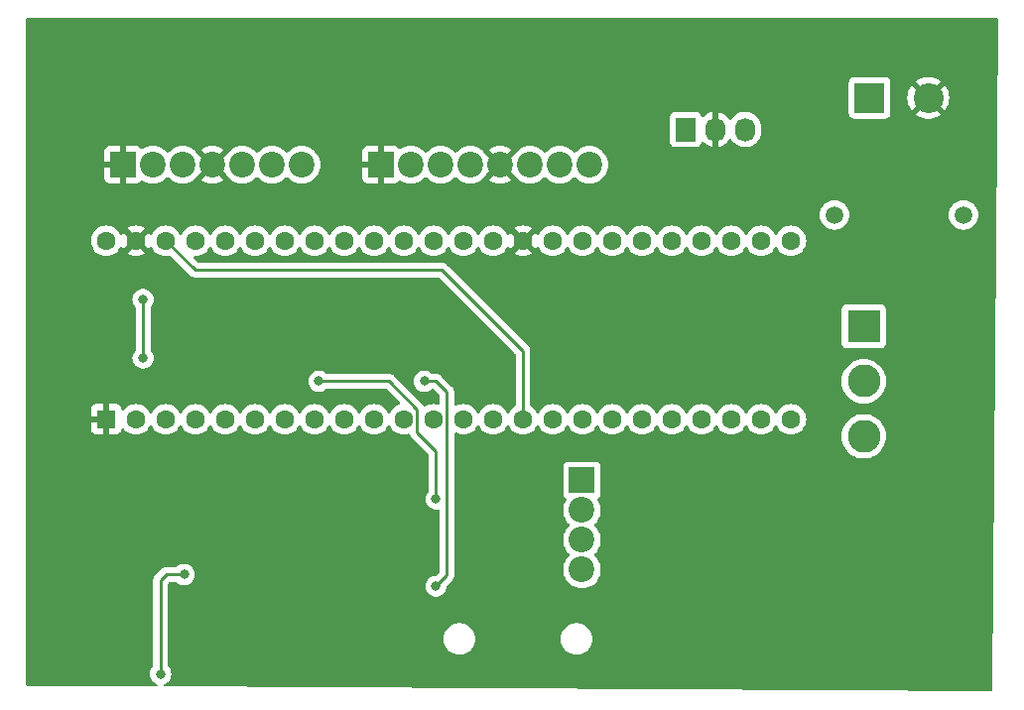
<source format=gbr>
%TF.GenerationSoftware,KiCad,Pcbnew,7.0.8*%
%TF.CreationDate,2024-02-12T15:09:03-05:00*%
%TF.ProjectId,wasabi(PCBlayout),77617361-6269-4285-9043-426c61796f75,rev?*%
%TF.SameCoordinates,Original*%
%TF.FileFunction,Copper,L2,Bot*%
%TF.FilePolarity,Positive*%
%FSLAX46Y46*%
G04 Gerber Fmt 4.6, Leading zero omitted, Abs format (unit mm)*
G04 Created by KiCad (PCBNEW 7.0.8) date 2024-02-12 15:09:03*
%MOMM*%
%LPD*%
G01*
G04 APERTURE LIST*
%TA.AperFunction,ComponentPad*%
%ADD10R,1.600000X1.600000*%
%TD*%
%TA.AperFunction,ComponentPad*%
%ADD11C,1.600000*%
%TD*%
%TA.AperFunction,ComponentPad*%
%ADD12R,2.200000X2.200000*%
%TD*%
%TA.AperFunction,ComponentPad*%
%ADD13C,2.200000*%
%TD*%
%TA.AperFunction,ComponentPad*%
%ADD14R,1.730000X2.030000*%
%TD*%
%TA.AperFunction,ComponentPad*%
%ADD15O,1.730000X2.030000*%
%TD*%
%TA.AperFunction,ComponentPad*%
%ADD16R,2.794000X2.794000*%
%TD*%
%TA.AperFunction,ComponentPad*%
%ADD17C,2.794000*%
%TD*%
%TA.AperFunction,ComponentPad*%
%ADD18C,2.550000*%
%TD*%
%TA.AperFunction,ComponentPad*%
%ADD19R,2.550000X2.550000*%
%TD*%
%TA.AperFunction,ComponentPad*%
%ADD20C,1.508000*%
%TD*%
%TA.AperFunction,ViaPad*%
%ADD21C,0.800000*%
%TD*%
%TA.AperFunction,Conductor*%
%ADD22C,0.250000*%
%TD*%
G04 APERTURE END LIST*
D10*
%TO.P,U2,1,GND*%
%TO.N,GND*%
X134360000Y-78740000D03*
D11*
%TO.P,U2,2,0_RX1_CRX2_CS1*%
%TO.N,unconnected-(U2-0_RX1_CRX2_CS1-Pad2)*%
X136900000Y-78740000D03*
%TO.P,U2,3,1_TX1_CTX2_MISO1*%
%TO.N,Pin 1 (3.3v sig MD)*%
X139440000Y-78740000D03*
%TO.P,U2,4,2_OUT2*%
%TO.N,Pin 2 (3.3v sig MD)*%
X141980000Y-78740000D03*
%TO.P,U2,5,3_LRCLK2*%
%TO.N,Pin 3 (3.3v sig MD)*%
X144520000Y-78740000D03*
%TO.P,U2,6,4_BCLK2*%
%TO.N,Pin 4 (3.3v sig MD)*%
X147060000Y-78740000D03*
%TO.P,U2,7,5_IN2*%
%TO.N,Pin 5 (PWM for Speed 3.3v)*%
X149600000Y-78740000D03*
%TO.P,U2,8,6_OUT1D*%
%TO.N,Pin 6 (PWM for Speed 3.3v)*%
X152140000Y-78740000D03*
%TO.P,U2,9,7_RX2_OUT1A*%
%TO.N,unconnected-(U2-7_RX2_OUT1A-Pad9)*%
X154680000Y-78740000D03*
%TO.P,U2,10,8_TX2_IN1*%
%TO.N,unconnected-(U2-8_TX2_IN1-Pad10)*%
X157220000Y-78740000D03*
%TO.P,U2,11,9_OUT1C*%
%TO.N,unconnected-(U2-9_OUT1C-Pad11)*%
X159760000Y-78740000D03*
%TO.P,U2,12,10_CS_MQSR*%
%TO.N,unconnected-(U2-10_CS_MQSR-Pad12)*%
X162300000Y-78740000D03*
%TO.P,U2,13,11_MOSI_CTX1*%
%TO.N,unconnected-(U2-11_MOSI_CTX1-Pad13)*%
X164840000Y-78740000D03*
%TO.P,U2,14,12_MISO_MQSL*%
%TO.N,unconnected-(U2-12_MISO_MQSL-Pad14)*%
X167380000Y-78740000D03*
%TO.P,U2,15,3V3*%
%TO.N,+3.3V*%
X169920000Y-78740000D03*
%TO.P,U2,16,24_A10_TX6_SCL2*%
%TO.N,unconnected-(U2-24_A10_TX6_SCL2-Pad16)*%
X172460000Y-78740000D03*
%TO.P,U2,17,25_A11_RX6_SDA2*%
%TO.N,unconnected-(U2-25_A11_RX6_SDA2-Pad17)*%
X175000000Y-78740000D03*
%TO.P,U2,18,26_A12_MOSI1*%
%TO.N,unconnected-(U2-26_A12_MOSI1-Pad18)*%
X177540000Y-78740000D03*
%TO.P,U2,19,27_A13_SCK1*%
%TO.N,unconnected-(U2-27_A13_SCK1-Pad19)*%
X180080000Y-78740000D03*
%TO.P,U2,20,28_RX7*%
%TO.N,unconnected-(U2-28_RX7-Pad20)*%
X182620000Y-78740000D03*
%TO.P,U2,21,29_TX7*%
%TO.N,unconnected-(U2-29_TX7-Pad21)*%
X185160000Y-78740000D03*
%TO.P,U2,22,30_CRX3*%
%TO.N,unconnected-(U2-30_CRX3-Pad22)*%
X187700000Y-78740000D03*
%TO.P,U2,23,31_CTX3*%
%TO.N,unconnected-(U2-31_CTX3-Pad23)*%
X190240000Y-78740000D03*
%TO.P,U2,24,32_OUT1B*%
%TO.N,unconnected-(U2-32_OUT1B-Pad24)*%
X192780000Y-78740000D03*
%TO.P,U2,25,33_MCLK2*%
%TO.N,unconnected-(U2-33_MCLK2-Pad25)*%
X192780000Y-63500000D03*
%TO.P,U2,26,34_RX8*%
%TO.N,unconnected-(U2-34_RX8-Pad26)*%
X190240000Y-63500000D03*
%TO.P,U2,27,35_TX8*%
%TO.N,unconnected-(U2-35_TX8-Pad27)*%
X187700000Y-63500000D03*
%TO.P,U2,28,36_CS*%
%TO.N,unconnected-(U2-36_CS-Pad28)*%
X185160000Y-63500000D03*
%TO.P,U2,29,37_CS*%
%TO.N,unconnected-(U2-37_CS-Pad29)*%
X182620000Y-63500000D03*
%TO.P,U2,30,38_CS1_IN1*%
%TO.N,unconnected-(U2-38_CS1_IN1-Pad30)*%
X180080000Y-63500000D03*
%TO.P,U2,31,39_MISO1_OUT1A*%
%TO.N,unconnected-(U2-39_MISO1_OUT1A-Pad31)*%
X177540000Y-63500000D03*
%TO.P,U2,32,40_A16*%
%TO.N,unconnected-(U2-40_A16-Pad32)*%
X175000000Y-63500000D03*
%TO.P,U2,33,41_A17*%
%TO.N,unconnected-(U2-41_A17-Pad33)*%
X172460000Y-63500000D03*
%TO.P,U2,34,GND*%
%TO.N,GND*%
X169920000Y-63500000D03*
%TO.P,U2,35,13_SCK_LED*%
%TO.N,unconnected-(U2-13_SCK_LED-Pad35)*%
X167380000Y-63500000D03*
%TO.P,U2,36,14_A0_TX3_SPDIF_OUT*%
%TO.N,unconnected-(U2-14_A0_TX3_SPDIF_OUT-Pad36)*%
X164840000Y-63500000D03*
%TO.P,U2,37,15_A1_RX3_SPDIF_IN*%
%TO.N,unconnected-(U2-15_A1_RX3_SPDIF_IN-Pad37)*%
X162300000Y-63500000D03*
%TO.P,U2,38,16_A2_RX4_SCL1*%
%TO.N,Signal Start Module*%
X159760000Y-63500000D03*
%TO.P,U2,39,17_A3_TX4_SDA1*%
%TO.N,Signal IR 1 (3.3v)*%
X157220000Y-63500000D03*
%TO.P,U2,40,18_A4_SDA*%
%TO.N,Signal IR 2 (3.3v)*%
X154680000Y-63500000D03*
%TO.P,U2,41,19_A5_SCL*%
%TO.N,Signal IR 3 (3.3v)*%
X152140000Y-63500000D03*
%TO.P,U2,42,20_A6_TX5_LRCLK1*%
%TO.N,Signal IR 4 (3.3v)*%
X149600000Y-63500000D03*
%TO.P,U2,43,21_A7_RX5_BCLK1*%
%TO.N,Signal IR 5 (3.3v)*%
X147060000Y-63500000D03*
%TO.P,U2,44,22_A8_CTX1*%
%TO.N,Signal Line Sense 1 (3.3v)*%
X144520000Y-63500000D03*
%TO.P,U2,45,23_A9_CRX1_MCLK1*%
%TO.N,Signal Line Sense 2 (3.3v)*%
X141980000Y-63500000D03*
%TO.P,U2,46,3V3*%
%TO.N,+3.3V*%
X139440000Y-63500000D03*
%TO.P,U2,47,GND*%
%TO.N,GND*%
X136900000Y-63500000D03*
%TO.P,U2,48,VIN*%
%TO.N,+5V*%
X134360000Y-63500000D03*
%TD*%
D12*
%TO.P,J4,1,Pin_1*%
%TO.N,GND*%
X135800000Y-57000000D03*
D13*
%TO.P,J4,2,Pin_2*%
%TO.N,+3.3V*%
X138340000Y-57000000D03*
%TO.P,J4,3,Pin_3*%
%TO.N,Signal Line Sense 2 (3.3v)*%
X140880000Y-57000000D03*
%TO.P,J4,4,Pin_4*%
%TO.N,GND*%
X143420000Y-57000000D03*
%TO.P,J4,5,Pin_5*%
%TO.N,+3.3V*%
X145960000Y-57000000D03*
%TO.P,J4,6,Pin_6*%
%TO.N,Signal Line Sense 1 (3.3v)*%
X148500000Y-57000000D03*
%TO.P,J4,7,Pin_7*%
%TO.N,Signal IR 5 (3.3v)*%
X151040000Y-57000000D03*
%TD*%
D12*
%TO.P,J1,1,Pin_1*%
%TO.N,OUT 1*%
X174950000Y-83960000D03*
D13*
%TO.P,J1,2,Pin_2*%
%TO.N,OUT 2*%
X174950000Y-86500000D03*
%TO.P,J1,3,Pin_3*%
%TO.N,OUT 3*%
X174950000Y-89040000D03*
%TO.P,J1,4,Pin_4*%
%TO.N,OUT 4*%
X174950000Y-91580000D03*
%TD*%
D14*
%TO.P,J2,1,Pin_1*%
%TO.N,Signal Start Module*%
X183800000Y-54000000D03*
D15*
%TO.P,J2,2,Pin_2*%
%TO.N,GND*%
X186340000Y-54000000D03*
%TO.P,J2,3,Pin_3*%
%TO.N,+3.3V*%
X188880000Y-54000000D03*
%TD*%
D12*
%TO.P,J5,1,Pin_1*%
%TO.N,GND*%
X157800000Y-57000000D03*
D13*
%TO.P,J5,2,Pin_2*%
%TO.N,+3.3V*%
X160340000Y-57000000D03*
%TO.P,J5,3,Pin_3*%
%TO.N,Signal IR 4 (3.3v)*%
X162880000Y-57000000D03*
%TO.P,J5,4,Pin_4*%
%TO.N,Signal IR 3 (3.3v)*%
X165420000Y-57000000D03*
%TO.P,J5,5,Pin_5*%
%TO.N,GND*%
X167960000Y-57000000D03*
%TO.P,J5,6,Pin_6*%
%TO.N,+3.3V*%
X170500000Y-57000000D03*
%TO.P,J5,7,Pin_7*%
%TO.N,Signal IR 2 (3.3v)*%
X173040000Y-57000000D03*
%TO.P,J5,8,Pin_8*%
%TO.N,Signal IR 1 (3.3v)*%
X175580000Y-57000000D03*
%TD*%
D16*
%TO.P,U4,1,1*%
%TO.N,unconnected-(U4-Pad1)*%
X199000000Y-70801000D03*
D17*
%TO.P,U4,2,2*%
%TO.N,7.4V Battery(Pre Switch)*%
X199000000Y-75500000D03*
%TO.P,U4,3,3*%
%TO.N,7.4V Battery*%
X199000000Y-80199000D03*
%TD*%
D18*
%TO.P,J3,N,N*%
%TO.N,GND*%
X204500000Y-51294250D03*
D19*
%TO.P,J3,P,P*%
%TO.N,7.4V Battery(Pre fuse)*%
X199500000Y-51294250D03*
D20*
%TO.P,J3,S1*%
%TO.N,N/C*%
X207500000Y-61294250D03*
%TO.P,J3,S2*%
X196500000Y-61294250D03*
%TD*%
D21*
%TO.N,GND*%
X171000000Y-91000000D03*
X145500000Y-76000000D03*
X164500000Y-88500000D03*
X139500000Y-50500000D03*
X142500000Y-53000000D03*
X147000000Y-52000000D03*
X150500000Y-53000000D03*
X142500000Y-96500000D03*
%TO.N,Pin 6 (PWM for Speed 5v)*%
X161500000Y-75500000D03*
%TO.N,Pin 5 (PWM for Speed 5v)*%
X152500000Y-75500000D03*
%TO.N,GND*%
X165500000Y-82000000D03*
X171000000Y-49500000D03*
X174500000Y-51000000D03*
X167500000Y-50000000D03*
X160500000Y-50500000D03*
X155000000Y-52000000D03*
X181500000Y-97000000D03*
X138500000Y-85500000D03*
%TO.N,+5V*%
X139000000Y-100500000D03*
X141000000Y-92000000D03*
%TO.N,Pin 6 (PWM for Speed 5v)*%
X162500000Y-93000000D03*
%TO.N,Pin 5 (PWM for Speed 5v)*%
X162500000Y-85549500D03*
%TO.N,+5V*%
X137500000Y-68500000D03*
X137500000Y-73500000D03*
%TD*%
D22*
%TO.N,Pin 6 (PWM for Speed 5v)*%
X161500000Y-75500000D02*
X162500000Y-75500000D01*
X162500000Y-75500000D02*
X163424500Y-76424500D01*
X163424500Y-76424500D02*
X163424500Y-92074500D01*
X163424500Y-92074500D02*
X163425000Y-92075000D01*
X163425000Y-92075000D02*
X162500000Y-93000000D01*
%TO.N,Pin 5 (PWM for Speed 5v)*%
X152500000Y-75500000D02*
X158500000Y-75500000D01*
X158500000Y-75500000D02*
X160885000Y-77885000D01*
%TO.N,+5V*%
X139000000Y-92500000D02*
X139500000Y-92000000D01*
X139000000Y-100500000D02*
X139000000Y-92500000D01*
X139500000Y-92000000D02*
X141000000Y-92000000D01*
%TO.N,+3.3V*%
X169920000Y-72920000D02*
X163000000Y-66000000D01*
X169920000Y-78740000D02*
X169920000Y-72920000D01*
X163000000Y-66000000D02*
X141940000Y-66000000D01*
X141940000Y-66000000D02*
X139440000Y-63500000D01*
%TO.N,Pin 5 (PWM for Speed 5v)*%
X162500000Y-81500000D02*
X160885000Y-79885000D01*
X160885000Y-79885000D02*
X160885000Y-77885000D01*
X162500000Y-85549500D02*
X162500000Y-81500000D01*
%TO.N,+5V*%
X137500000Y-68500000D02*
X137500000Y-73500000D01*
%TD*%
%TA.AperFunction,Conductor*%
%TO.N,GND*%
G36*
X210441452Y-44520185D02*
G01*
X210487207Y-44572989D01*
X210498408Y-44625578D01*
X210000579Y-101875827D01*
X209980313Y-101942693D01*
X209927113Y-101987987D01*
X209875832Y-101998747D01*
X139389820Y-101571558D01*
X139322902Y-101551467D01*
X139277468Y-101498387D01*
X139267943Y-101429169D01*
X139297353Y-101365791D01*
X139340132Y-101334283D01*
X139452730Y-101284151D01*
X139605871Y-101172888D01*
X139732533Y-101032216D01*
X139827179Y-100868284D01*
X139885674Y-100688256D01*
X139905460Y-100500000D01*
X139885674Y-100311744D01*
X139827179Y-100131716D01*
X139732533Y-99967784D01*
X139657350Y-99884284D01*
X139627120Y-99821292D01*
X139625500Y-99801312D01*
X139625500Y-97500000D01*
X163144341Y-97500000D01*
X163164936Y-97735403D01*
X163164938Y-97735413D01*
X163226094Y-97963655D01*
X163226096Y-97963659D01*
X163226097Y-97963663D01*
X163276031Y-98070746D01*
X163325964Y-98177828D01*
X163325965Y-98177830D01*
X163461505Y-98371402D01*
X163628597Y-98538494D01*
X163822169Y-98674034D01*
X163822171Y-98674035D01*
X164036337Y-98773903D01*
X164264592Y-98835063D01*
X164441034Y-98850500D01*
X164558966Y-98850500D01*
X164735408Y-98835063D01*
X164963663Y-98773903D01*
X165177829Y-98674035D01*
X165371401Y-98538495D01*
X165538495Y-98371401D01*
X165674035Y-98177830D01*
X165773903Y-97963663D01*
X165835063Y-97735408D01*
X165855659Y-97500000D01*
X173144341Y-97500000D01*
X173164936Y-97735403D01*
X173164938Y-97735413D01*
X173226094Y-97963655D01*
X173226096Y-97963659D01*
X173226097Y-97963663D01*
X173276031Y-98070746D01*
X173325964Y-98177828D01*
X173325965Y-98177830D01*
X173461505Y-98371402D01*
X173628597Y-98538494D01*
X173822169Y-98674034D01*
X173822171Y-98674035D01*
X174036337Y-98773903D01*
X174264592Y-98835063D01*
X174441034Y-98850500D01*
X174558966Y-98850500D01*
X174735408Y-98835063D01*
X174963663Y-98773903D01*
X175177829Y-98674035D01*
X175371401Y-98538495D01*
X175538495Y-98371401D01*
X175674035Y-98177830D01*
X175773903Y-97963663D01*
X175835063Y-97735408D01*
X175855659Y-97500000D01*
X175835063Y-97264592D01*
X175773903Y-97036337D01*
X175674035Y-96822171D01*
X175674034Y-96822169D01*
X175538494Y-96628597D01*
X175371402Y-96461505D01*
X175177830Y-96325965D01*
X175177828Y-96325964D01*
X175070746Y-96276031D01*
X174963663Y-96226097D01*
X174963659Y-96226096D01*
X174963655Y-96226094D01*
X174735413Y-96164938D01*
X174735403Y-96164936D01*
X174558966Y-96149500D01*
X174441034Y-96149500D01*
X174264596Y-96164936D01*
X174264586Y-96164938D01*
X174036344Y-96226094D01*
X174036335Y-96226098D01*
X173822171Y-96325964D01*
X173822169Y-96325965D01*
X173628597Y-96461505D01*
X173461506Y-96628597D01*
X173461501Y-96628604D01*
X173325967Y-96822165D01*
X173325965Y-96822169D01*
X173226098Y-97036335D01*
X173226094Y-97036344D01*
X173164938Y-97264586D01*
X173164936Y-97264596D01*
X173144341Y-97499999D01*
X173144341Y-97500000D01*
X165855659Y-97500000D01*
X165835063Y-97264592D01*
X165773903Y-97036337D01*
X165674035Y-96822171D01*
X165674034Y-96822169D01*
X165538494Y-96628597D01*
X165371402Y-96461505D01*
X165177830Y-96325965D01*
X165177828Y-96325964D01*
X165070746Y-96276031D01*
X164963663Y-96226097D01*
X164963659Y-96226096D01*
X164963655Y-96226094D01*
X164735413Y-96164938D01*
X164735403Y-96164936D01*
X164558966Y-96149500D01*
X164441034Y-96149500D01*
X164264596Y-96164936D01*
X164264586Y-96164938D01*
X164036344Y-96226094D01*
X164036335Y-96226098D01*
X163822171Y-96325964D01*
X163822169Y-96325965D01*
X163628597Y-96461505D01*
X163461506Y-96628597D01*
X163461501Y-96628604D01*
X163325967Y-96822165D01*
X163325965Y-96822169D01*
X163226098Y-97036335D01*
X163226094Y-97036344D01*
X163164938Y-97264586D01*
X163164936Y-97264596D01*
X163144341Y-97499999D01*
X163144341Y-97500000D01*
X139625500Y-97500000D01*
X139625500Y-92810452D01*
X139645185Y-92743413D01*
X139661819Y-92722771D01*
X139722771Y-92661819D01*
X139784094Y-92628334D01*
X139810452Y-92625500D01*
X140296252Y-92625500D01*
X140363291Y-92645185D01*
X140388400Y-92666526D01*
X140394126Y-92672885D01*
X140394130Y-92672889D01*
X140547265Y-92784148D01*
X140547270Y-92784151D01*
X140720192Y-92861142D01*
X140720197Y-92861144D01*
X140905354Y-92900500D01*
X140905355Y-92900500D01*
X141094644Y-92900500D01*
X141094646Y-92900500D01*
X141279803Y-92861144D01*
X141452730Y-92784151D01*
X141605871Y-92672888D01*
X141732533Y-92532216D01*
X141827179Y-92368284D01*
X141885674Y-92188256D01*
X141905460Y-92000000D01*
X141885674Y-91811744D01*
X141827179Y-91631716D01*
X141732533Y-91467784D01*
X141605871Y-91327112D01*
X141605870Y-91327111D01*
X141452734Y-91215851D01*
X141452729Y-91215848D01*
X141279807Y-91138857D01*
X141279802Y-91138855D01*
X141134001Y-91107865D01*
X141094646Y-91099500D01*
X140905354Y-91099500D01*
X140872897Y-91106398D01*
X140720197Y-91138855D01*
X140720192Y-91138857D01*
X140547270Y-91215848D01*
X140547265Y-91215851D01*
X140394130Y-91327110D01*
X140394126Y-91327114D01*
X140388400Y-91333474D01*
X140328913Y-91370121D01*
X140296252Y-91374500D01*
X139582743Y-91374500D01*
X139567122Y-91372775D01*
X139567096Y-91373061D01*
X139559334Y-91372327D01*
X139559333Y-91372327D01*
X139490186Y-91374500D01*
X139460649Y-91374500D01*
X139453766Y-91375369D01*
X139447949Y-91375826D01*
X139401373Y-91377290D01*
X139382129Y-91382881D01*
X139363079Y-91386825D01*
X139343211Y-91389334D01*
X139299884Y-91406488D01*
X139294358Y-91408379D01*
X139249614Y-91421379D01*
X139249610Y-91421381D01*
X139232366Y-91431579D01*
X139214905Y-91440133D01*
X139196274Y-91447510D01*
X139196262Y-91447517D01*
X139158570Y-91474902D01*
X139153687Y-91478109D01*
X139113580Y-91501829D01*
X139099414Y-91515995D01*
X139084624Y-91528627D01*
X139068414Y-91540404D01*
X139068411Y-91540407D01*
X139038710Y-91576309D01*
X139034777Y-91580631D01*
X138616211Y-91999197D01*
X138603948Y-92009022D01*
X138604131Y-92009244D01*
X138598121Y-92014215D01*
X138550772Y-92064636D01*
X138529889Y-92085519D01*
X138529877Y-92085532D01*
X138525621Y-92091017D01*
X138521837Y-92095447D01*
X138489937Y-92129418D01*
X138489936Y-92129420D01*
X138480284Y-92146976D01*
X138469610Y-92163226D01*
X138457329Y-92179061D01*
X138457324Y-92179068D01*
X138438815Y-92221838D01*
X138436245Y-92227084D01*
X138413803Y-92267906D01*
X138408822Y-92287307D01*
X138402521Y-92305710D01*
X138394562Y-92324102D01*
X138394561Y-92324105D01*
X138387271Y-92370127D01*
X138386087Y-92375846D01*
X138374501Y-92420972D01*
X138374500Y-92420982D01*
X138374500Y-92441016D01*
X138372973Y-92460415D01*
X138369840Y-92480194D01*
X138369840Y-92480195D01*
X138374225Y-92526583D01*
X138374500Y-92532421D01*
X138374500Y-99801312D01*
X138354815Y-99868351D01*
X138342650Y-99884284D01*
X138267466Y-99967784D01*
X138172821Y-100131715D01*
X138172818Y-100131722D01*
X138114327Y-100311740D01*
X138114326Y-100311744D01*
X138094540Y-100500000D01*
X138114326Y-100688256D01*
X138114327Y-100688259D01*
X138172818Y-100868277D01*
X138172821Y-100868284D01*
X138267467Y-101032216D01*
X138394129Y-101172888D01*
X138547265Y-101284148D01*
X138547270Y-101284151D01*
X138649083Y-101329482D01*
X138702320Y-101374732D01*
X138722641Y-101441582D01*
X138703595Y-101508805D01*
X138651229Y-101555060D01*
X138597895Y-101566759D01*
X127623748Y-101500248D01*
X127556830Y-101480157D01*
X127511396Y-101427077D01*
X127500500Y-101376250D01*
X127500500Y-73500000D01*
X136594540Y-73500000D01*
X136614326Y-73688256D01*
X136614327Y-73688259D01*
X136672818Y-73868277D01*
X136672821Y-73868284D01*
X136767467Y-74032216D01*
X136794557Y-74062302D01*
X136894129Y-74172888D01*
X137047265Y-74284148D01*
X137047270Y-74284151D01*
X137220192Y-74361142D01*
X137220197Y-74361144D01*
X137405354Y-74400500D01*
X137405355Y-74400500D01*
X137594644Y-74400500D01*
X137594646Y-74400500D01*
X137779803Y-74361144D01*
X137952730Y-74284151D01*
X138105871Y-74172888D01*
X138232533Y-74032216D01*
X138327179Y-73868284D01*
X138385674Y-73688256D01*
X138405460Y-73500000D01*
X138385674Y-73311744D01*
X138327179Y-73131716D01*
X138232533Y-72967784D01*
X138180671Y-72910185D01*
X138157350Y-72884284D01*
X138127120Y-72821292D01*
X138125500Y-72801312D01*
X138125500Y-69198687D01*
X138145185Y-69131648D01*
X138157350Y-69115715D01*
X138175891Y-69095122D01*
X138232533Y-69032216D01*
X138327179Y-68868284D01*
X138385674Y-68688256D01*
X138405460Y-68500000D01*
X138385674Y-68311744D01*
X138327179Y-68131716D01*
X138232533Y-67967784D01*
X138105871Y-67827112D01*
X138105870Y-67827111D01*
X137952734Y-67715851D01*
X137952729Y-67715848D01*
X137779807Y-67638857D01*
X137779802Y-67638855D01*
X137634001Y-67607865D01*
X137594646Y-67599500D01*
X137405354Y-67599500D01*
X137372897Y-67606398D01*
X137220197Y-67638855D01*
X137220192Y-67638857D01*
X137047270Y-67715848D01*
X137047265Y-67715851D01*
X136894129Y-67827111D01*
X136767466Y-67967785D01*
X136672821Y-68131715D01*
X136672818Y-68131722D01*
X136614327Y-68311740D01*
X136614326Y-68311744D01*
X136594540Y-68500000D01*
X136614326Y-68688256D01*
X136614327Y-68688259D01*
X136672818Y-68868277D01*
X136672821Y-68868284D01*
X136767467Y-69032216D01*
X136810772Y-69080310D01*
X136842650Y-69115715D01*
X136872880Y-69178706D01*
X136874500Y-69198687D01*
X136874500Y-72801312D01*
X136854815Y-72868351D01*
X136842650Y-72884284D01*
X136767466Y-72967784D01*
X136672821Y-73131715D01*
X136672818Y-73131722D01*
X136614327Y-73311740D01*
X136614326Y-73311744D01*
X136594540Y-73500000D01*
X127500500Y-73500000D01*
X127500500Y-63500001D01*
X133054532Y-63500001D01*
X133074364Y-63726686D01*
X133074366Y-63726697D01*
X133133258Y-63946488D01*
X133133261Y-63946497D01*
X133229431Y-64152732D01*
X133229432Y-64152734D01*
X133359954Y-64339141D01*
X133520858Y-64500045D01*
X133520861Y-64500047D01*
X133707266Y-64630568D01*
X133913504Y-64726739D01*
X134133308Y-64785635D01*
X134290791Y-64799413D01*
X134359998Y-64805468D01*
X134360000Y-64805468D01*
X134360002Y-64805468D01*
X134416673Y-64800509D01*
X134586692Y-64785635D01*
X134806496Y-64726739D01*
X135012734Y-64630568D01*
X135199139Y-64500047D01*
X135360047Y-64339139D01*
X135490568Y-64152734D01*
X135517895Y-64094129D01*
X135564064Y-64041695D01*
X135631257Y-64022542D01*
X135698139Y-64042757D01*
X135742657Y-64094133D01*
X135769865Y-64152481D01*
X135769866Y-64152483D01*
X135820973Y-64225471D01*
X135820974Y-64225472D01*
X136374070Y-63672375D01*
X136376884Y-63685915D01*
X136446442Y-63820156D01*
X136549638Y-63930652D01*
X136678819Y-64009209D01*
X136730002Y-64023549D01*
X136174526Y-64579025D01*
X136174526Y-64579026D01*
X136247512Y-64630131D01*
X136247516Y-64630133D01*
X136453673Y-64726265D01*
X136453682Y-64726269D01*
X136673389Y-64785139D01*
X136673400Y-64785141D01*
X136899998Y-64804966D01*
X136900002Y-64804966D01*
X137126599Y-64785141D01*
X137126610Y-64785139D01*
X137346317Y-64726269D01*
X137346331Y-64726264D01*
X137552478Y-64630136D01*
X137625472Y-64579025D01*
X137071568Y-64025121D01*
X137188458Y-63974349D01*
X137305739Y-63878934D01*
X137392928Y-63755415D01*
X137423354Y-63669801D01*
X137979025Y-64225472D01*
X138030133Y-64152482D01*
X138057341Y-64094135D01*
X138103513Y-64041696D01*
X138170707Y-64022543D01*
X138237588Y-64042758D01*
X138282105Y-64094132D01*
X138309432Y-64152734D01*
X138360363Y-64225471D01*
X138439954Y-64339141D01*
X138600858Y-64500045D01*
X138600861Y-64500047D01*
X138787266Y-64630568D01*
X138993504Y-64726739D01*
X139213308Y-64785635D01*
X139370791Y-64799413D01*
X139439998Y-64805468D01*
X139440000Y-64805468D01*
X139440002Y-64805468D01*
X139496673Y-64800509D01*
X139666692Y-64785635D01*
X139735048Y-64767319D01*
X139804897Y-64768982D01*
X139854822Y-64799413D01*
X141439197Y-66383788D01*
X141449022Y-66396051D01*
X141449243Y-66395869D01*
X141454214Y-66401878D01*
X141480217Y-66426295D01*
X141504635Y-66449226D01*
X141525529Y-66470120D01*
X141531011Y-66474373D01*
X141535443Y-66478157D01*
X141569418Y-66510062D01*
X141586976Y-66519714D01*
X141603233Y-66530393D01*
X141619064Y-66542673D01*
X141638737Y-66551186D01*
X141661833Y-66561182D01*
X141667077Y-66563750D01*
X141707908Y-66586197D01*
X141720523Y-66589435D01*
X141727305Y-66591177D01*
X141745719Y-66597481D01*
X141764104Y-66605438D01*
X141810157Y-66612732D01*
X141815826Y-66613906D01*
X141860981Y-66625500D01*
X141881016Y-66625500D01*
X141900413Y-66627026D01*
X141920196Y-66630160D01*
X141966584Y-66625775D01*
X141972422Y-66625500D01*
X162689548Y-66625500D01*
X162756587Y-66645185D01*
X162777229Y-66661819D01*
X169258181Y-73142771D01*
X169291666Y-73204094D01*
X169294500Y-73230452D01*
X169294500Y-77525811D01*
X169274815Y-77592850D01*
X169241623Y-77627386D01*
X169080859Y-77739953D01*
X168919954Y-77900858D01*
X168789432Y-78087265D01*
X168789431Y-78087267D01*
X168762382Y-78145275D01*
X168716209Y-78197714D01*
X168649016Y-78216866D01*
X168582135Y-78196650D01*
X168537618Y-78145275D01*
X168510568Y-78087267D01*
X168510567Y-78087265D01*
X168380045Y-77900858D01*
X168219141Y-77739954D01*
X168032734Y-77609432D01*
X168032732Y-77609431D01*
X167826497Y-77513261D01*
X167826488Y-77513258D01*
X167606697Y-77454366D01*
X167606693Y-77454365D01*
X167606692Y-77454365D01*
X167606691Y-77454364D01*
X167606686Y-77454364D01*
X167380002Y-77434532D01*
X167379998Y-77434532D01*
X167153313Y-77454364D01*
X167153302Y-77454366D01*
X166933511Y-77513258D01*
X166933502Y-77513261D01*
X166727267Y-77609431D01*
X166727265Y-77609432D01*
X166540858Y-77739954D01*
X166379954Y-77900858D01*
X166249432Y-78087265D01*
X166249431Y-78087267D01*
X166222382Y-78145275D01*
X166176209Y-78197714D01*
X166109016Y-78216866D01*
X166042135Y-78196650D01*
X165997618Y-78145275D01*
X165970568Y-78087267D01*
X165970567Y-78087265D01*
X165840045Y-77900858D01*
X165679141Y-77739954D01*
X165492734Y-77609432D01*
X165492732Y-77609431D01*
X165286497Y-77513261D01*
X165286488Y-77513258D01*
X165066697Y-77454366D01*
X165066693Y-77454365D01*
X165066692Y-77454365D01*
X165066691Y-77454364D01*
X165066686Y-77454364D01*
X164840002Y-77434532D01*
X164839998Y-77434532D01*
X164613313Y-77454364D01*
X164613302Y-77454366D01*
X164393511Y-77513258D01*
X164393504Y-77513260D01*
X164393504Y-77513261D01*
X164366591Y-77525811D01*
X164226405Y-77591181D01*
X164157327Y-77601673D01*
X164093543Y-77573153D01*
X164055304Y-77514677D01*
X164050000Y-77478799D01*
X164050000Y-76507237D01*
X164051724Y-76491623D01*
X164051438Y-76491596D01*
X164052172Y-76483833D01*
X164050000Y-76414702D01*
X164050000Y-76385151D01*
X164050000Y-76385150D01*
X164049129Y-76378259D01*
X164048672Y-76372445D01*
X164047209Y-76325874D01*
X164047209Y-76325872D01*
X164041620Y-76306637D01*
X164037674Y-76287584D01*
X164035164Y-76267708D01*
X164018001Y-76224359D01*
X164016114Y-76218846D01*
X164003117Y-76174110D01*
X164003116Y-76174108D01*
X163992921Y-76156869D01*
X163984360Y-76139393D01*
X163976986Y-76120769D01*
X163976986Y-76120767D01*
X163966974Y-76106988D01*
X163949583Y-76083050D01*
X163946400Y-76078205D01*
X163922670Y-76038079D01*
X163922665Y-76038073D01*
X163908505Y-76023913D01*
X163895870Y-76009120D01*
X163884093Y-75992912D01*
X163848193Y-75963213D01*
X163843881Y-75959290D01*
X163000803Y-75116212D01*
X162990980Y-75103950D01*
X162990759Y-75104134D01*
X162985786Y-75098123D01*
X162935364Y-75050773D01*
X162924919Y-75040328D01*
X162914475Y-75029883D01*
X162908986Y-75025625D01*
X162904561Y-75021847D01*
X162870582Y-74989938D01*
X162870580Y-74989936D01*
X162870577Y-74989935D01*
X162853029Y-74980288D01*
X162836763Y-74969604D01*
X162834417Y-74967784D01*
X162820936Y-74957327D01*
X162820935Y-74957326D01*
X162820933Y-74957325D01*
X162778168Y-74938818D01*
X162772922Y-74936248D01*
X162732093Y-74913803D01*
X162732092Y-74913802D01*
X162712693Y-74908822D01*
X162694281Y-74902518D01*
X162675898Y-74894562D01*
X162675892Y-74894560D01*
X162629874Y-74887272D01*
X162624152Y-74886087D01*
X162579021Y-74874500D01*
X162579019Y-74874500D01*
X162558984Y-74874500D01*
X162539586Y-74872973D01*
X162532162Y-74871797D01*
X162519805Y-74869840D01*
X162519804Y-74869840D01*
X162473416Y-74874225D01*
X162467578Y-74874500D01*
X162203748Y-74874500D01*
X162136709Y-74854815D01*
X162111600Y-74833474D01*
X162105873Y-74827114D01*
X162105869Y-74827110D01*
X161952734Y-74715851D01*
X161952729Y-74715848D01*
X161779807Y-74638857D01*
X161779802Y-74638855D01*
X161634001Y-74607865D01*
X161594646Y-74599500D01*
X161405354Y-74599500D01*
X161372897Y-74606398D01*
X161220197Y-74638855D01*
X161220192Y-74638857D01*
X161047270Y-74715848D01*
X161047265Y-74715851D01*
X160894129Y-74827111D01*
X160767466Y-74967785D01*
X160672821Y-75131715D01*
X160672818Y-75131722D01*
X160641126Y-75229262D01*
X160614326Y-75311744D01*
X160594540Y-75500000D01*
X160614326Y-75688256D01*
X160614327Y-75688259D01*
X160672818Y-75868277D01*
X160672821Y-75868284D01*
X160767467Y-76032216D01*
X160863320Y-76138671D01*
X160894129Y-76172888D01*
X161047265Y-76284148D01*
X161047270Y-76284151D01*
X161220192Y-76361142D01*
X161220197Y-76361144D01*
X161405354Y-76400500D01*
X161405355Y-76400500D01*
X161594644Y-76400500D01*
X161594646Y-76400500D01*
X161779803Y-76361144D01*
X161952730Y-76284151D01*
X162105871Y-76172888D01*
X162105874Y-76172883D01*
X162110701Y-76168539D01*
X162111786Y-76169744D01*
X162164325Y-76137359D01*
X162234183Y-76138671D01*
X162284700Y-76169290D01*
X162762681Y-76647271D01*
X162796166Y-76708594D01*
X162799000Y-76734952D01*
X162799000Y-77365729D01*
X162779315Y-77432768D01*
X162726511Y-77478523D01*
X162657353Y-77488467D01*
X162642907Y-77485504D01*
X162526697Y-77454366D01*
X162526693Y-77454365D01*
X162526692Y-77454365D01*
X162526691Y-77454364D01*
X162526686Y-77454364D01*
X162300002Y-77434532D01*
X162299998Y-77434532D01*
X162073313Y-77454364D01*
X162073302Y-77454366D01*
X161853511Y-77513258D01*
X161853502Y-77513261D01*
X161647268Y-77609431D01*
X161647266Y-77609432D01*
X161621625Y-77627386D01*
X161620178Y-77628399D01*
X161553971Y-77650725D01*
X161486204Y-77633712D01*
X161440395Y-77586560D01*
X161437484Y-77581265D01*
X161431340Y-77572809D01*
X161410083Y-77543550D01*
X161406900Y-77538705D01*
X161383170Y-77498579D01*
X161383165Y-77498573D01*
X161369005Y-77484413D01*
X161356370Y-77469620D01*
X161345286Y-77454366D01*
X161344594Y-77453413D01*
X161342198Y-77451431D01*
X161308693Y-77423713D01*
X161304381Y-77419790D01*
X159000803Y-75116212D01*
X158990980Y-75103950D01*
X158990759Y-75104134D01*
X158985786Y-75098123D01*
X158935364Y-75050773D01*
X158924919Y-75040328D01*
X158914475Y-75029883D01*
X158908986Y-75025625D01*
X158904561Y-75021847D01*
X158870582Y-74989938D01*
X158870580Y-74989936D01*
X158870577Y-74989935D01*
X158853029Y-74980288D01*
X158836763Y-74969604D01*
X158834417Y-74967784D01*
X158820936Y-74957327D01*
X158820935Y-74957326D01*
X158820933Y-74957325D01*
X158778168Y-74938818D01*
X158772922Y-74936248D01*
X158732093Y-74913803D01*
X158732092Y-74913802D01*
X158712693Y-74908822D01*
X158694281Y-74902518D01*
X158675898Y-74894562D01*
X158675892Y-74894560D01*
X158629874Y-74887272D01*
X158624152Y-74886087D01*
X158579021Y-74874500D01*
X158579019Y-74874500D01*
X158558984Y-74874500D01*
X158539586Y-74872973D01*
X158532162Y-74871797D01*
X158519805Y-74869840D01*
X158519804Y-74869840D01*
X158473416Y-74874225D01*
X158467578Y-74874500D01*
X153203748Y-74874500D01*
X153136709Y-74854815D01*
X153111600Y-74833474D01*
X153105873Y-74827114D01*
X153105869Y-74827110D01*
X152952734Y-74715851D01*
X152952729Y-74715848D01*
X152779807Y-74638857D01*
X152779802Y-74638855D01*
X152634001Y-74607865D01*
X152594646Y-74599500D01*
X152405354Y-74599500D01*
X152372897Y-74606398D01*
X152220197Y-74638855D01*
X152220192Y-74638857D01*
X152047270Y-74715848D01*
X152047265Y-74715851D01*
X151894129Y-74827111D01*
X151767466Y-74967785D01*
X151672821Y-75131715D01*
X151672818Y-75131722D01*
X151641126Y-75229262D01*
X151614326Y-75311744D01*
X151594540Y-75500000D01*
X151614326Y-75688256D01*
X151614327Y-75688259D01*
X151672818Y-75868277D01*
X151672821Y-75868284D01*
X151767467Y-76032216D01*
X151863320Y-76138671D01*
X151894129Y-76172888D01*
X152047265Y-76284148D01*
X152047270Y-76284151D01*
X152220192Y-76361142D01*
X152220197Y-76361144D01*
X152405354Y-76400500D01*
X152405355Y-76400500D01*
X152594644Y-76400500D01*
X152594646Y-76400500D01*
X152779803Y-76361144D01*
X152952730Y-76284151D01*
X153105871Y-76172888D01*
X153109787Y-76168539D01*
X153111600Y-76166526D01*
X153171087Y-76129879D01*
X153203748Y-76125500D01*
X158189548Y-76125500D01*
X158256587Y-76145185D01*
X158277229Y-76161819D01*
X159410199Y-77294790D01*
X159443684Y-77356113D01*
X159438700Y-77425805D01*
X159396828Y-77481738D01*
X159354612Y-77502246D01*
X159313508Y-77513259D01*
X159313502Y-77513261D01*
X159107267Y-77609431D01*
X159107265Y-77609432D01*
X158920858Y-77739954D01*
X158759954Y-77900858D01*
X158629432Y-78087265D01*
X158629431Y-78087267D01*
X158602382Y-78145275D01*
X158556209Y-78197714D01*
X158489016Y-78216866D01*
X158422135Y-78196650D01*
X158377618Y-78145275D01*
X158350568Y-78087267D01*
X158350567Y-78087265D01*
X158220045Y-77900858D01*
X158059141Y-77739954D01*
X157872734Y-77609432D01*
X157872732Y-77609431D01*
X157666497Y-77513261D01*
X157666488Y-77513258D01*
X157446697Y-77454366D01*
X157446693Y-77454365D01*
X157446692Y-77454365D01*
X157446691Y-77454364D01*
X157446686Y-77454364D01*
X157220002Y-77434532D01*
X157219998Y-77434532D01*
X156993313Y-77454364D01*
X156993302Y-77454366D01*
X156773511Y-77513258D01*
X156773502Y-77513261D01*
X156567267Y-77609431D01*
X156567265Y-77609432D01*
X156380858Y-77739954D01*
X156219954Y-77900858D01*
X156089432Y-78087265D01*
X156089431Y-78087267D01*
X156062382Y-78145275D01*
X156016209Y-78197714D01*
X155949016Y-78216866D01*
X155882135Y-78196650D01*
X155837618Y-78145275D01*
X155810568Y-78087267D01*
X155810567Y-78087265D01*
X155680045Y-77900858D01*
X155519141Y-77739954D01*
X155332734Y-77609432D01*
X155332732Y-77609431D01*
X155126497Y-77513261D01*
X155126488Y-77513258D01*
X154906697Y-77454366D01*
X154906693Y-77454365D01*
X154906692Y-77454365D01*
X154906691Y-77454364D01*
X154906686Y-77454364D01*
X154680002Y-77434532D01*
X154679998Y-77434532D01*
X154453313Y-77454364D01*
X154453302Y-77454366D01*
X154233511Y-77513258D01*
X154233502Y-77513261D01*
X154027267Y-77609431D01*
X154027265Y-77609432D01*
X153840858Y-77739954D01*
X153679954Y-77900858D01*
X153549432Y-78087265D01*
X153549431Y-78087267D01*
X153522382Y-78145275D01*
X153476209Y-78197714D01*
X153409016Y-78216866D01*
X153342135Y-78196650D01*
X153297618Y-78145275D01*
X153270568Y-78087267D01*
X153270567Y-78087265D01*
X153140045Y-77900858D01*
X152979141Y-77739954D01*
X152792734Y-77609432D01*
X152792732Y-77609431D01*
X152586497Y-77513261D01*
X152586488Y-77513258D01*
X152366697Y-77454366D01*
X152366693Y-77454365D01*
X152366692Y-77454365D01*
X152366691Y-77454364D01*
X152366686Y-77454364D01*
X152140002Y-77434532D01*
X152139998Y-77434532D01*
X151913313Y-77454364D01*
X151913302Y-77454366D01*
X151693511Y-77513258D01*
X151693502Y-77513261D01*
X151487267Y-77609431D01*
X151487265Y-77609432D01*
X151300858Y-77739954D01*
X151139954Y-77900858D01*
X151009432Y-78087265D01*
X151009431Y-78087267D01*
X150982382Y-78145275D01*
X150936209Y-78197714D01*
X150869016Y-78216866D01*
X150802135Y-78196650D01*
X150757618Y-78145275D01*
X150730568Y-78087267D01*
X150730567Y-78087265D01*
X150600045Y-77900858D01*
X150439141Y-77739954D01*
X150252734Y-77609432D01*
X150252732Y-77609431D01*
X150046497Y-77513261D01*
X150046488Y-77513258D01*
X149826697Y-77454366D01*
X149826693Y-77454365D01*
X149826692Y-77454365D01*
X149826691Y-77454364D01*
X149826686Y-77454364D01*
X149600002Y-77434532D01*
X149599998Y-77434532D01*
X149373313Y-77454364D01*
X149373302Y-77454366D01*
X149153511Y-77513258D01*
X149153502Y-77513261D01*
X148947267Y-77609431D01*
X148947265Y-77609432D01*
X148760858Y-77739954D01*
X148599954Y-77900858D01*
X148469432Y-78087265D01*
X148469431Y-78087267D01*
X148442382Y-78145275D01*
X148396209Y-78197714D01*
X148329016Y-78216866D01*
X148262135Y-78196650D01*
X148217618Y-78145275D01*
X148190568Y-78087267D01*
X148190567Y-78087265D01*
X148060045Y-77900858D01*
X147899141Y-77739954D01*
X147712734Y-77609432D01*
X147712732Y-77609431D01*
X147506497Y-77513261D01*
X147506488Y-77513258D01*
X147286697Y-77454366D01*
X147286693Y-77454365D01*
X147286692Y-77454365D01*
X147286691Y-77454364D01*
X147286686Y-77454364D01*
X147060002Y-77434532D01*
X147059998Y-77434532D01*
X146833313Y-77454364D01*
X146833302Y-77454366D01*
X146613511Y-77513258D01*
X146613502Y-77513261D01*
X146407267Y-77609431D01*
X146407265Y-77609432D01*
X146220858Y-77739954D01*
X146059954Y-77900858D01*
X145929432Y-78087265D01*
X145929431Y-78087267D01*
X145902382Y-78145275D01*
X145856209Y-78197714D01*
X145789016Y-78216866D01*
X145722135Y-78196650D01*
X145677618Y-78145275D01*
X145650568Y-78087267D01*
X145650567Y-78087265D01*
X145520045Y-77900858D01*
X145359141Y-77739954D01*
X145172734Y-77609432D01*
X145172732Y-77609431D01*
X144966497Y-77513261D01*
X144966488Y-77513258D01*
X144746697Y-77454366D01*
X144746693Y-77454365D01*
X144746692Y-77454365D01*
X144746691Y-77454364D01*
X144746686Y-77454364D01*
X144520002Y-77434532D01*
X144519998Y-77434532D01*
X144293313Y-77454364D01*
X144293302Y-77454366D01*
X144073511Y-77513258D01*
X144073502Y-77513261D01*
X143867267Y-77609431D01*
X143867265Y-77609432D01*
X143680858Y-77739954D01*
X143519954Y-77900858D01*
X143389432Y-78087265D01*
X143389431Y-78087267D01*
X143362382Y-78145275D01*
X143316209Y-78197714D01*
X143249016Y-78216866D01*
X143182135Y-78196650D01*
X143137618Y-78145275D01*
X143110568Y-78087267D01*
X143110567Y-78087265D01*
X142980045Y-77900858D01*
X142819141Y-77739954D01*
X142632734Y-77609432D01*
X142632732Y-77609431D01*
X142426497Y-77513261D01*
X142426488Y-77513258D01*
X142206697Y-77454366D01*
X142206693Y-77454365D01*
X142206692Y-77454365D01*
X142206691Y-77454364D01*
X142206686Y-77454364D01*
X141980002Y-77434532D01*
X141979998Y-77434532D01*
X141753313Y-77454364D01*
X141753302Y-77454366D01*
X141533511Y-77513258D01*
X141533502Y-77513261D01*
X141327267Y-77609431D01*
X141327265Y-77609432D01*
X141140858Y-77739954D01*
X140979954Y-77900858D01*
X140849432Y-78087265D01*
X140849431Y-78087267D01*
X140822382Y-78145275D01*
X140776209Y-78197714D01*
X140709016Y-78216866D01*
X140642135Y-78196650D01*
X140597618Y-78145275D01*
X140570568Y-78087267D01*
X140570567Y-78087265D01*
X140440045Y-77900858D01*
X140279141Y-77739954D01*
X140092734Y-77609432D01*
X140092732Y-77609431D01*
X139886497Y-77513261D01*
X139886488Y-77513258D01*
X139666697Y-77454366D01*
X139666693Y-77454365D01*
X139666692Y-77454365D01*
X139666691Y-77454364D01*
X139666686Y-77454364D01*
X139440002Y-77434532D01*
X139439998Y-77434532D01*
X139213313Y-77454364D01*
X139213302Y-77454366D01*
X138993511Y-77513258D01*
X138993502Y-77513261D01*
X138787267Y-77609431D01*
X138787265Y-77609432D01*
X138600858Y-77739954D01*
X138439954Y-77900858D01*
X138309432Y-78087265D01*
X138309431Y-78087267D01*
X138282382Y-78145275D01*
X138236209Y-78197714D01*
X138169016Y-78216866D01*
X138102135Y-78196650D01*
X138057618Y-78145275D01*
X138030568Y-78087267D01*
X138030567Y-78087265D01*
X137900045Y-77900858D01*
X137739141Y-77739954D01*
X137552734Y-77609432D01*
X137552732Y-77609431D01*
X137346497Y-77513261D01*
X137346488Y-77513258D01*
X137126697Y-77454366D01*
X137126693Y-77454365D01*
X137126692Y-77454365D01*
X137126691Y-77454364D01*
X137126686Y-77454364D01*
X136900002Y-77434532D01*
X136899998Y-77434532D01*
X136673313Y-77454364D01*
X136673302Y-77454366D01*
X136453511Y-77513258D01*
X136453502Y-77513261D01*
X136247267Y-77609431D01*
X136247265Y-77609432D01*
X136060858Y-77739954D01*
X135899951Y-77900861D01*
X135882287Y-77926088D01*
X135827710Y-77969712D01*
X135758211Y-77976904D01*
X135695857Y-77945380D01*
X135660445Y-77885150D01*
X135657425Y-77868218D01*
X135653598Y-77832627D01*
X135653596Y-77832620D01*
X135603354Y-77697913D01*
X135603350Y-77697906D01*
X135517190Y-77582812D01*
X135517187Y-77582809D01*
X135402093Y-77496649D01*
X135402086Y-77496645D01*
X135267379Y-77446403D01*
X135267372Y-77446401D01*
X135207844Y-77440000D01*
X134610000Y-77440000D01*
X134610000Y-78248316D01*
X134581181Y-78230791D01*
X134435596Y-78190000D01*
X134322378Y-78190000D01*
X134210217Y-78205416D01*
X134110000Y-78248946D01*
X134110000Y-77440000D01*
X133512155Y-77440000D01*
X133452627Y-77446401D01*
X133452620Y-77446403D01*
X133317913Y-77496645D01*
X133317906Y-77496649D01*
X133202812Y-77582809D01*
X133202809Y-77582812D01*
X133116649Y-77697906D01*
X133116645Y-77697913D01*
X133066403Y-77832620D01*
X133066401Y-77832627D01*
X133060000Y-77892155D01*
X133060000Y-78490000D01*
X133865148Y-78490000D01*
X133816441Y-78627047D01*
X133806123Y-78777886D01*
X133836884Y-78925915D01*
X133870090Y-78990000D01*
X133060000Y-78990000D01*
X133060000Y-79587844D01*
X133066401Y-79647372D01*
X133066403Y-79647379D01*
X133116645Y-79782086D01*
X133116649Y-79782093D01*
X133202809Y-79897187D01*
X133202812Y-79897190D01*
X133317906Y-79983350D01*
X133317913Y-79983354D01*
X133452620Y-80033596D01*
X133452627Y-80033598D01*
X133512155Y-80039999D01*
X133512172Y-80040000D01*
X134110000Y-80040000D01*
X134110000Y-79231683D01*
X134138819Y-79249209D01*
X134284404Y-79290000D01*
X134397622Y-79290000D01*
X134509783Y-79274584D01*
X134610000Y-79231053D01*
X134610000Y-80040000D01*
X135207828Y-80040000D01*
X135207844Y-80039999D01*
X135267372Y-80033598D01*
X135267379Y-80033596D01*
X135402086Y-79983354D01*
X135402093Y-79983350D01*
X135517187Y-79897190D01*
X135517190Y-79897187D01*
X135603350Y-79782093D01*
X135603354Y-79782086D01*
X135653596Y-79647380D01*
X135657424Y-79611781D01*
X135684162Y-79547230D01*
X135741555Y-79507382D01*
X135811380Y-79504888D01*
X135871469Y-79540540D01*
X135882289Y-79553912D01*
X135899956Y-79579143D01*
X136060858Y-79740045D01*
X136060861Y-79740047D01*
X136247266Y-79870568D01*
X136453504Y-79966739D01*
X136673308Y-80025635D01*
X136832197Y-80039536D01*
X136899998Y-80045468D01*
X136900000Y-80045468D01*
X136900002Y-80045468D01*
X136967803Y-80039536D01*
X137126692Y-80025635D01*
X137346496Y-79966739D01*
X137552734Y-79870568D01*
X137739139Y-79740047D01*
X137900047Y-79579139D01*
X138030568Y-79392734D01*
X138057618Y-79334724D01*
X138103790Y-79282285D01*
X138170983Y-79263133D01*
X138237865Y-79283348D01*
X138282382Y-79334725D01*
X138309429Y-79392728D01*
X138309432Y-79392734D01*
X138439954Y-79579141D01*
X138600858Y-79740045D01*
X138600861Y-79740047D01*
X138787266Y-79870568D01*
X138993504Y-79966739D01*
X139213308Y-80025635D01*
X139372197Y-80039536D01*
X139439998Y-80045468D01*
X139440000Y-80045468D01*
X139440002Y-80045468D01*
X139507803Y-80039536D01*
X139666692Y-80025635D01*
X139886496Y-79966739D01*
X140092734Y-79870568D01*
X140279139Y-79740047D01*
X140440047Y-79579139D01*
X140570568Y-79392734D01*
X140597618Y-79334724D01*
X140643790Y-79282285D01*
X140710983Y-79263133D01*
X140777865Y-79283348D01*
X140822382Y-79334725D01*
X140849429Y-79392728D01*
X140849432Y-79392734D01*
X140979954Y-79579141D01*
X141140858Y-79740045D01*
X141140861Y-79740047D01*
X141327266Y-79870568D01*
X141533504Y-79966739D01*
X141753308Y-80025635D01*
X141912197Y-80039536D01*
X141979998Y-80045468D01*
X141980000Y-80045468D01*
X141980002Y-80045468D01*
X142047803Y-80039536D01*
X142206692Y-80025635D01*
X142426496Y-79966739D01*
X142632734Y-79870568D01*
X142819139Y-79740047D01*
X142980047Y-79579139D01*
X143110568Y-79392734D01*
X143137618Y-79334724D01*
X143183790Y-79282285D01*
X143250983Y-79263133D01*
X143317865Y-79283348D01*
X143362382Y-79334725D01*
X143389429Y-79392728D01*
X143389432Y-79392734D01*
X143519954Y-79579141D01*
X143680858Y-79740045D01*
X143680861Y-79740047D01*
X143867266Y-79870568D01*
X144073504Y-79966739D01*
X144293308Y-80025635D01*
X144452197Y-80039536D01*
X144519998Y-80045468D01*
X144520000Y-80045468D01*
X144520002Y-80045468D01*
X144587803Y-80039536D01*
X144746692Y-80025635D01*
X144966496Y-79966739D01*
X145172734Y-79870568D01*
X145359139Y-79740047D01*
X145520047Y-79579139D01*
X145650568Y-79392734D01*
X145677618Y-79334724D01*
X145723790Y-79282285D01*
X145790983Y-79263133D01*
X145857865Y-79283348D01*
X145902382Y-79334725D01*
X145929429Y-79392728D01*
X145929432Y-79392734D01*
X146059954Y-79579141D01*
X146220858Y-79740045D01*
X146220861Y-79740047D01*
X146407266Y-79870568D01*
X146613504Y-79966739D01*
X146833308Y-80025635D01*
X146992197Y-80039536D01*
X147059998Y-80045468D01*
X147060000Y-80045468D01*
X147060002Y-80045468D01*
X147127803Y-80039536D01*
X147286692Y-80025635D01*
X147506496Y-79966739D01*
X147712734Y-79870568D01*
X147899139Y-79740047D01*
X148060047Y-79579139D01*
X148190568Y-79392734D01*
X148217618Y-79334724D01*
X148263790Y-79282285D01*
X148330983Y-79263133D01*
X148397865Y-79283348D01*
X148442382Y-79334725D01*
X148469429Y-79392728D01*
X148469432Y-79392734D01*
X148599954Y-79579141D01*
X148760858Y-79740045D01*
X148760861Y-79740047D01*
X148947266Y-79870568D01*
X149153504Y-79966739D01*
X149373308Y-80025635D01*
X149532197Y-80039536D01*
X149599998Y-80045468D01*
X149600000Y-80045468D01*
X149600002Y-80045468D01*
X149667803Y-80039536D01*
X149826692Y-80025635D01*
X150046496Y-79966739D01*
X150252734Y-79870568D01*
X150439139Y-79740047D01*
X150600047Y-79579139D01*
X150730568Y-79392734D01*
X150757618Y-79334724D01*
X150803790Y-79282285D01*
X150870983Y-79263133D01*
X150937865Y-79283348D01*
X150982382Y-79334725D01*
X151009429Y-79392728D01*
X151009432Y-79392734D01*
X151139954Y-79579141D01*
X151300858Y-79740045D01*
X151300861Y-79740047D01*
X151487266Y-79870568D01*
X151693504Y-79966739D01*
X151913308Y-80025635D01*
X152072197Y-80039536D01*
X152139998Y-80045468D01*
X152140000Y-80045468D01*
X152140002Y-80045468D01*
X152207803Y-80039536D01*
X152366692Y-80025635D01*
X152586496Y-79966739D01*
X152792734Y-79870568D01*
X152979139Y-79740047D01*
X153140047Y-79579139D01*
X153270568Y-79392734D01*
X153297618Y-79334724D01*
X153343790Y-79282285D01*
X153410983Y-79263133D01*
X153477865Y-79283348D01*
X153522382Y-79334725D01*
X153549429Y-79392728D01*
X153549432Y-79392734D01*
X153679954Y-79579141D01*
X153840858Y-79740045D01*
X153840861Y-79740047D01*
X154027266Y-79870568D01*
X154233504Y-79966739D01*
X154453308Y-80025635D01*
X154612197Y-80039536D01*
X154679998Y-80045468D01*
X154680000Y-80045468D01*
X154680002Y-80045468D01*
X154747803Y-80039536D01*
X154906692Y-80025635D01*
X155126496Y-79966739D01*
X155332734Y-79870568D01*
X155519139Y-79740047D01*
X155680047Y-79579139D01*
X155810568Y-79392734D01*
X155837618Y-79334724D01*
X155883790Y-79282285D01*
X155950983Y-79263133D01*
X156017865Y-79283348D01*
X156062382Y-79334725D01*
X156089429Y-79392728D01*
X156089432Y-79392734D01*
X156219954Y-79579141D01*
X156380858Y-79740045D01*
X156380861Y-79740047D01*
X156567266Y-79870568D01*
X156773504Y-79966739D01*
X156993308Y-80025635D01*
X157152197Y-80039536D01*
X157219998Y-80045468D01*
X157220000Y-80045468D01*
X157220002Y-80045468D01*
X157287803Y-80039536D01*
X157446692Y-80025635D01*
X157666496Y-79966739D01*
X157872734Y-79870568D01*
X158059139Y-79740047D01*
X158220047Y-79579139D01*
X158350568Y-79392734D01*
X158377618Y-79334724D01*
X158423790Y-79282285D01*
X158490983Y-79263133D01*
X158557865Y-79283348D01*
X158602382Y-79334725D01*
X158629429Y-79392728D01*
X158629432Y-79392734D01*
X158759954Y-79579141D01*
X158920858Y-79740045D01*
X158920861Y-79740047D01*
X159107266Y-79870568D01*
X159313504Y-79966739D01*
X159533308Y-80025635D01*
X159692197Y-80039536D01*
X159759998Y-80045468D01*
X159760000Y-80045468D01*
X159760002Y-80045468D01*
X159827803Y-80039536D01*
X159986692Y-80025635D01*
X160134250Y-79986097D01*
X160204097Y-79987760D01*
X160261960Y-80026922D01*
X160281633Y-80060225D01*
X160291489Y-80085118D01*
X160293382Y-80090646D01*
X160306381Y-80135388D01*
X160316580Y-80152634D01*
X160325138Y-80170103D01*
X160332514Y-80188732D01*
X160359898Y-80226423D01*
X160363106Y-80231307D01*
X160386827Y-80271416D01*
X160386833Y-80271424D01*
X160400990Y-80285580D01*
X160413628Y-80300376D01*
X160425405Y-80316586D01*
X160425406Y-80316587D01*
X160461309Y-80346288D01*
X160465620Y-80350210D01*
X161342890Y-81227480D01*
X161838181Y-81722771D01*
X161871666Y-81784094D01*
X161874500Y-81810452D01*
X161874500Y-84850812D01*
X161854815Y-84917851D01*
X161842650Y-84933784D01*
X161767466Y-85017284D01*
X161672821Y-85181215D01*
X161672818Y-85181222D01*
X161614327Y-85361240D01*
X161614326Y-85361244D01*
X161594540Y-85549500D01*
X161614326Y-85737756D01*
X161614327Y-85737759D01*
X161672818Y-85917777D01*
X161672821Y-85917784D01*
X161767467Y-86081716D01*
X161894129Y-86222388D01*
X162047265Y-86333648D01*
X162047270Y-86333651D01*
X162220192Y-86410642D01*
X162220197Y-86410644D01*
X162405354Y-86450000D01*
X162405355Y-86450000D01*
X162594644Y-86450000D01*
X162594646Y-86450000D01*
X162649219Y-86438400D01*
X162718886Y-86443716D01*
X162774620Y-86485853D01*
X162798725Y-86551433D01*
X162799000Y-86559690D01*
X162799000Y-91765047D01*
X162779315Y-91832086D01*
X162762681Y-91852728D01*
X162552228Y-92063181D01*
X162490905Y-92096666D01*
X162464547Y-92099500D01*
X162405354Y-92099500D01*
X162389495Y-92102871D01*
X162220197Y-92138855D01*
X162220192Y-92138857D01*
X162047270Y-92215848D01*
X162047265Y-92215851D01*
X161894129Y-92327111D01*
X161767466Y-92467785D01*
X161672821Y-92631715D01*
X161672818Y-92631722D01*
X161614327Y-92811740D01*
X161614326Y-92811744D01*
X161594540Y-93000000D01*
X161614326Y-93188256D01*
X161614327Y-93188259D01*
X161672818Y-93368277D01*
X161672821Y-93368284D01*
X161767467Y-93532216D01*
X161894129Y-93672888D01*
X162047265Y-93784148D01*
X162047270Y-93784151D01*
X162220192Y-93861142D01*
X162220197Y-93861144D01*
X162405354Y-93900500D01*
X162405355Y-93900500D01*
X162594644Y-93900500D01*
X162594646Y-93900500D01*
X162779803Y-93861144D01*
X162952730Y-93784151D01*
X163105871Y-93672888D01*
X163232533Y-93532216D01*
X163327179Y-93368284D01*
X163385674Y-93188256D01*
X163403321Y-93020345D01*
X163429905Y-92955732D01*
X163438952Y-92945636D01*
X163811022Y-92573566D01*
X163820772Y-92565761D01*
X163820360Y-92565263D01*
X163826372Y-92560288D01*
X163826377Y-92560286D01*
X163826380Y-92560282D01*
X163832392Y-92555309D01*
X163832801Y-92555803D01*
X163839295Y-92550253D01*
X163841934Y-92547926D01*
X163841938Y-92547924D01*
X163879910Y-92504851D01*
X163882580Y-92502009D01*
X163895120Y-92489470D01*
X163903965Y-92478066D01*
X163907763Y-92473619D01*
X163920162Y-92460415D01*
X163934562Y-92445082D01*
X163934566Y-92445073D01*
X163939152Y-92438764D01*
X163939679Y-92439146D01*
X163943828Y-92433233D01*
X163946445Y-92429383D01*
X163946450Y-92429378D01*
X163950155Y-92422104D01*
X163962665Y-92402394D01*
X163967673Y-92395937D01*
X163967672Y-92395937D01*
X163967674Y-92395936D01*
X163989048Y-92346540D01*
X163991617Y-92341297D01*
X164010697Y-92306592D01*
X164010698Y-92306586D01*
X164013571Y-92299332D01*
X164014154Y-92299562D01*
X164015929Y-92294861D01*
X164018196Y-92288567D01*
X164018196Y-92288566D01*
X164018197Y-92288565D01*
X164019976Y-92280602D01*
X164027193Y-92258393D01*
X164027373Y-92257974D01*
X164030438Y-92250895D01*
X164038739Y-92198482D01*
X164039920Y-92192771D01*
X164050000Y-92153519D01*
X164050000Y-92153516D01*
X164050978Y-92145777D01*
X164051559Y-92145850D01*
X164051973Y-92142100D01*
X164051938Y-92142097D01*
X164052671Y-92134337D01*
X164052672Y-92134333D01*
X164052415Y-92126170D01*
X164053882Y-92102871D01*
X164054416Y-92099500D01*
X164055160Y-92094804D01*
X164050275Y-92043126D01*
X164050000Y-92037288D01*
X164050000Y-91580000D01*
X173344551Y-91580000D01*
X173364317Y-91831151D01*
X173423126Y-92076110D01*
X173519533Y-92308859D01*
X173651160Y-92523653D01*
X173651161Y-92523656D01*
X173693793Y-92573571D01*
X173814776Y-92715224D01*
X173963066Y-92841875D01*
X174006343Y-92878838D01*
X174006346Y-92878839D01*
X174221140Y-93010466D01*
X174453889Y-93106873D01*
X174698852Y-93165683D01*
X174950000Y-93185449D01*
X175201148Y-93165683D01*
X175446111Y-93106873D01*
X175678859Y-93010466D01*
X175893659Y-92878836D01*
X176085224Y-92715224D01*
X176248836Y-92523659D01*
X176380466Y-92308859D01*
X176476873Y-92076111D01*
X176535683Y-91831148D01*
X176555449Y-91580000D01*
X176535683Y-91328852D01*
X176476873Y-91083889D01*
X176380466Y-90851141D01*
X176380466Y-90851140D01*
X176248839Y-90636346D01*
X176248838Y-90636343D01*
X176085224Y-90444776D01*
X176037819Y-90404289D01*
X175999627Y-90345784D01*
X175999128Y-90275916D01*
X176036482Y-90216870D01*
X176037756Y-90215764D01*
X176085224Y-90175224D01*
X176248836Y-89983659D01*
X176380466Y-89768859D01*
X176476873Y-89536111D01*
X176535683Y-89291148D01*
X176555449Y-89040000D01*
X176535683Y-88788852D01*
X176476873Y-88543889D01*
X176380466Y-88311141D01*
X176380466Y-88311140D01*
X176248839Y-88096346D01*
X176248838Y-88096343D01*
X176085224Y-87904776D01*
X176037819Y-87864289D01*
X175999627Y-87805784D01*
X175999128Y-87735916D01*
X176036482Y-87676870D01*
X176037756Y-87675764D01*
X176085224Y-87635224D01*
X176248836Y-87443659D01*
X176380466Y-87228859D01*
X176476873Y-86996111D01*
X176535683Y-86751148D01*
X176555449Y-86500000D01*
X176535683Y-86248852D01*
X176476873Y-86003889D01*
X176441207Y-85917784D01*
X176380466Y-85771140D01*
X176299479Y-85638983D01*
X176281234Y-85571538D01*
X176302350Y-85504935D01*
X176330891Y-85474929D01*
X176407546Y-85417546D01*
X176493796Y-85302331D01*
X176544091Y-85167483D01*
X176550500Y-85107873D01*
X176550499Y-82812128D01*
X176544091Y-82752517D01*
X176493796Y-82617669D01*
X176493795Y-82617668D01*
X176493793Y-82617664D01*
X176407547Y-82502455D01*
X176407544Y-82502452D01*
X176292335Y-82416206D01*
X176292328Y-82416202D01*
X176157482Y-82365908D01*
X176157483Y-82365908D01*
X176097883Y-82359501D01*
X176097881Y-82359500D01*
X176097873Y-82359500D01*
X176097864Y-82359500D01*
X173802129Y-82359500D01*
X173802123Y-82359501D01*
X173742516Y-82365908D01*
X173607671Y-82416202D01*
X173607664Y-82416206D01*
X173492455Y-82502452D01*
X173492452Y-82502455D01*
X173406206Y-82617664D01*
X173406202Y-82617671D01*
X173355908Y-82752517D01*
X173349501Y-82812116D01*
X173349501Y-82812123D01*
X173349500Y-82812135D01*
X173349500Y-85107870D01*
X173349501Y-85107876D01*
X173355908Y-85167483D01*
X173406202Y-85302328D01*
X173406206Y-85302335D01*
X173492452Y-85417544D01*
X173492455Y-85417547D01*
X173569104Y-85474927D01*
X173610975Y-85530861D01*
X173615959Y-85600552D01*
X173600520Y-85638983D01*
X173519533Y-85771140D01*
X173423126Y-86003889D01*
X173364317Y-86248848D01*
X173344551Y-86500000D01*
X173364317Y-86751151D01*
X173423126Y-86996110D01*
X173519533Y-87228859D01*
X173651160Y-87443653D01*
X173651161Y-87443656D01*
X173651164Y-87443659D01*
X173814776Y-87635224D01*
X173862178Y-87675709D01*
X173862179Y-87675710D01*
X173900372Y-87734217D01*
X173900870Y-87804085D01*
X173863516Y-87863131D01*
X173862179Y-87864290D01*
X173814776Y-87904776D01*
X173651161Y-88096343D01*
X173651160Y-88096346D01*
X173519533Y-88311140D01*
X173423126Y-88543889D01*
X173364317Y-88788848D01*
X173344551Y-89040000D01*
X173364317Y-89291151D01*
X173423126Y-89536110D01*
X173519533Y-89768859D01*
X173651160Y-89983653D01*
X173651161Y-89983656D01*
X173651164Y-89983659D01*
X173814776Y-90175224D01*
X173862178Y-90215709D01*
X173862179Y-90215710D01*
X173900372Y-90274217D01*
X173900870Y-90344085D01*
X173863516Y-90403131D01*
X173862179Y-90404290D01*
X173814776Y-90444776D01*
X173651161Y-90636343D01*
X173651160Y-90636346D01*
X173519533Y-90851140D01*
X173423126Y-91083889D01*
X173364317Y-91328848D01*
X173344551Y-91580000D01*
X164050000Y-91580000D01*
X164050000Y-80199001D01*
X197097653Y-80199001D01*
X197117016Y-80469737D01*
X197174709Y-80734948D01*
X197269564Y-80989265D01*
X197269566Y-80989269D01*
X197399640Y-81227480D01*
X197399645Y-81227488D01*
X197562295Y-81444764D01*
X197562311Y-81444782D01*
X197754217Y-81636688D01*
X197754235Y-81636704D01*
X197971511Y-81799354D01*
X197971519Y-81799359D01*
X198209730Y-81929433D01*
X198209734Y-81929435D01*
X198209736Y-81929436D01*
X198464047Y-82024289D01*
X198464050Y-82024289D01*
X198464051Y-82024290D01*
X198729262Y-82081983D01*
X198729264Y-82081983D01*
X198729268Y-82081984D01*
X198969856Y-82099191D01*
X198999999Y-82101347D01*
X199000000Y-82101347D01*
X199000001Y-82101347D01*
X199027123Y-82099407D01*
X199270732Y-82081984D01*
X199535953Y-82024289D01*
X199790264Y-81929436D01*
X200028486Y-81799356D01*
X200245772Y-81636698D01*
X200437698Y-81444772D01*
X200600356Y-81227486D01*
X200730436Y-80989264D01*
X200825289Y-80734953D01*
X200882984Y-80469732D01*
X200902347Y-80199000D01*
X200899631Y-80161032D01*
X200894597Y-80090646D01*
X200882984Y-79928268D01*
X200876223Y-79897190D01*
X200825290Y-79663051D01*
X200819445Y-79647380D01*
X200730436Y-79408736D01*
X200661968Y-79283348D01*
X200600359Y-79170519D01*
X200600354Y-79170511D01*
X200437704Y-78953235D01*
X200437688Y-78953217D01*
X200245782Y-78761311D01*
X200245764Y-78761295D01*
X200028488Y-78598645D01*
X200028480Y-78598640D01*
X199790269Y-78468566D01*
X199790265Y-78468564D01*
X199535948Y-78373709D01*
X199270737Y-78316016D01*
X199000001Y-78296653D01*
X198999999Y-78296653D01*
X198729262Y-78316016D01*
X198464051Y-78373709D01*
X198209734Y-78468564D01*
X198209730Y-78468566D01*
X197971519Y-78598640D01*
X197971511Y-78598645D01*
X197754235Y-78761295D01*
X197754217Y-78761311D01*
X197562311Y-78953217D01*
X197562295Y-78953235D01*
X197399645Y-79170511D01*
X197399640Y-79170519D01*
X197269566Y-79408730D01*
X197269564Y-79408734D01*
X197174709Y-79663051D01*
X197117016Y-79928262D01*
X197097653Y-80198998D01*
X197097653Y-80199001D01*
X164050000Y-80199001D01*
X164050000Y-80001200D01*
X164069685Y-79934161D01*
X164122489Y-79888406D01*
X164191647Y-79878462D01*
X164226399Y-79888816D01*
X164393504Y-79966739D01*
X164613308Y-80025635D01*
X164772197Y-80039536D01*
X164839998Y-80045468D01*
X164840000Y-80045468D01*
X164840002Y-80045468D01*
X164907803Y-80039536D01*
X165066692Y-80025635D01*
X165286496Y-79966739D01*
X165492734Y-79870568D01*
X165679139Y-79740047D01*
X165840047Y-79579139D01*
X165970568Y-79392734D01*
X165997618Y-79334724D01*
X166043790Y-79282285D01*
X166110983Y-79263133D01*
X166177865Y-79283348D01*
X166222382Y-79334725D01*
X166249429Y-79392728D01*
X166249432Y-79392734D01*
X166379954Y-79579141D01*
X166540858Y-79740045D01*
X166540861Y-79740047D01*
X166727266Y-79870568D01*
X166933504Y-79966739D01*
X167153308Y-80025635D01*
X167312197Y-80039536D01*
X167379998Y-80045468D01*
X167380000Y-80045468D01*
X167380002Y-80045468D01*
X167447803Y-80039536D01*
X167606692Y-80025635D01*
X167826496Y-79966739D01*
X168032734Y-79870568D01*
X168219139Y-79740047D01*
X168380047Y-79579139D01*
X168510568Y-79392734D01*
X168537618Y-79334724D01*
X168583790Y-79282285D01*
X168650983Y-79263133D01*
X168717865Y-79283348D01*
X168762382Y-79334725D01*
X168789429Y-79392728D01*
X168789432Y-79392734D01*
X168919954Y-79579141D01*
X169080858Y-79740045D01*
X169080861Y-79740047D01*
X169267266Y-79870568D01*
X169473504Y-79966739D01*
X169693308Y-80025635D01*
X169852197Y-80039536D01*
X169919998Y-80045468D01*
X169920000Y-80045468D01*
X169920002Y-80045468D01*
X169987803Y-80039536D01*
X170146692Y-80025635D01*
X170366496Y-79966739D01*
X170572734Y-79870568D01*
X170759139Y-79740047D01*
X170920047Y-79579139D01*
X171050568Y-79392734D01*
X171077618Y-79334724D01*
X171123790Y-79282285D01*
X171190983Y-79263133D01*
X171257865Y-79283348D01*
X171302382Y-79334725D01*
X171329429Y-79392728D01*
X171329432Y-79392734D01*
X171459954Y-79579141D01*
X171620858Y-79740045D01*
X171620861Y-79740047D01*
X171807266Y-79870568D01*
X172013504Y-79966739D01*
X172233308Y-80025635D01*
X172392197Y-80039536D01*
X172459998Y-80045468D01*
X172460000Y-80045468D01*
X172460002Y-80045468D01*
X172527803Y-80039536D01*
X172686692Y-80025635D01*
X172906496Y-79966739D01*
X173112734Y-79870568D01*
X173299139Y-79740047D01*
X173460047Y-79579139D01*
X173590568Y-79392734D01*
X173617618Y-79334724D01*
X173663790Y-79282285D01*
X173730983Y-79263133D01*
X173797865Y-79283348D01*
X173842382Y-79334725D01*
X173869429Y-79392728D01*
X173869432Y-79392734D01*
X173999954Y-79579141D01*
X174160858Y-79740045D01*
X174160861Y-79740047D01*
X174347266Y-79870568D01*
X174553504Y-79966739D01*
X174773308Y-80025635D01*
X174932197Y-80039536D01*
X174999998Y-80045468D01*
X175000000Y-80045468D01*
X175000002Y-80045468D01*
X175067803Y-80039536D01*
X175226692Y-80025635D01*
X175446496Y-79966739D01*
X175652734Y-79870568D01*
X175839139Y-79740047D01*
X176000047Y-79579139D01*
X176130568Y-79392734D01*
X176157618Y-79334724D01*
X176203790Y-79282285D01*
X176270983Y-79263133D01*
X176337865Y-79283348D01*
X176382382Y-79334725D01*
X176409429Y-79392728D01*
X176409432Y-79392734D01*
X176539954Y-79579141D01*
X176700858Y-79740045D01*
X176700861Y-79740047D01*
X176887266Y-79870568D01*
X177093504Y-79966739D01*
X177313308Y-80025635D01*
X177472197Y-80039536D01*
X177539998Y-80045468D01*
X177540000Y-80045468D01*
X177540002Y-80045468D01*
X177607803Y-80039536D01*
X177766692Y-80025635D01*
X177986496Y-79966739D01*
X178192734Y-79870568D01*
X178379139Y-79740047D01*
X178540047Y-79579139D01*
X178670568Y-79392734D01*
X178697618Y-79334724D01*
X178743790Y-79282285D01*
X178810983Y-79263133D01*
X178877865Y-79283348D01*
X178922382Y-79334725D01*
X178949429Y-79392728D01*
X178949432Y-79392734D01*
X179079954Y-79579141D01*
X179240858Y-79740045D01*
X179240861Y-79740047D01*
X179427266Y-79870568D01*
X179633504Y-79966739D01*
X179853308Y-80025635D01*
X180012197Y-80039536D01*
X180079998Y-80045468D01*
X180080000Y-80045468D01*
X180080002Y-80045468D01*
X180147803Y-80039536D01*
X180306692Y-80025635D01*
X180526496Y-79966739D01*
X180732734Y-79870568D01*
X180919139Y-79740047D01*
X181080047Y-79579139D01*
X181210568Y-79392734D01*
X181237618Y-79334724D01*
X181283790Y-79282285D01*
X181350983Y-79263133D01*
X181417865Y-79283348D01*
X181462382Y-79334725D01*
X181489429Y-79392728D01*
X181489432Y-79392734D01*
X181619954Y-79579141D01*
X181780858Y-79740045D01*
X181780861Y-79740047D01*
X181967266Y-79870568D01*
X182173504Y-79966739D01*
X182393308Y-80025635D01*
X182552197Y-80039536D01*
X182619998Y-80045468D01*
X182620000Y-80045468D01*
X182620002Y-80045468D01*
X182687803Y-80039536D01*
X182846692Y-80025635D01*
X183066496Y-79966739D01*
X183272734Y-79870568D01*
X183459139Y-79740047D01*
X183620047Y-79579139D01*
X183750568Y-79392734D01*
X183777618Y-79334724D01*
X183823790Y-79282285D01*
X183890983Y-79263133D01*
X183957865Y-79283348D01*
X184002382Y-79334725D01*
X184029429Y-79392728D01*
X184029432Y-79392734D01*
X184159954Y-79579141D01*
X184320858Y-79740045D01*
X184320861Y-79740047D01*
X184507266Y-79870568D01*
X184713504Y-79966739D01*
X184933308Y-80025635D01*
X185092197Y-80039536D01*
X185159998Y-80045468D01*
X185160000Y-80045468D01*
X185160002Y-80045468D01*
X185227803Y-80039536D01*
X185386692Y-80025635D01*
X185606496Y-79966739D01*
X185812734Y-79870568D01*
X185999139Y-79740047D01*
X186160047Y-79579139D01*
X186290568Y-79392734D01*
X186317618Y-79334724D01*
X186363790Y-79282285D01*
X186430983Y-79263133D01*
X186497865Y-79283348D01*
X186542382Y-79334725D01*
X186569429Y-79392728D01*
X186569432Y-79392734D01*
X186699954Y-79579141D01*
X186860858Y-79740045D01*
X186860861Y-79740047D01*
X187047266Y-79870568D01*
X187253504Y-79966739D01*
X187473308Y-80025635D01*
X187632197Y-80039536D01*
X187699998Y-80045468D01*
X187700000Y-80045468D01*
X187700002Y-80045468D01*
X187767803Y-80039536D01*
X187926692Y-80025635D01*
X188146496Y-79966739D01*
X188352734Y-79870568D01*
X188539139Y-79740047D01*
X188700047Y-79579139D01*
X188830568Y-79392734D01*
X188857618Y-79334724D01*
X188903790Y-79282285D01*
X188970983Y-79263133D01*
X189037865Y-79283348D01*
X189082382Y-79334725D01*
X189109429Y-79392728D01*
X189109432Y-79392734D01*
X189239954Y-79579141D01*
X189400858Y-79740045D01*
X189400861Y-79740047D01*
X189587266Y-79870568D01*
X189793504Y-79966739D01*
X190013308Y-80025635D01*
X190172197Y-80039536D01*
X190239998Y-80045468D01*
X190240000Y-80045468D01*
X190240002Y-80045468D01*
X190307803Y-80039536D01*
X190466692Y-80025635D01*
X190686496Y-79966739D01*
X190892734Y-79870568D01*
X191079139Y-79740047D01*
X191240047Y-79579139D01*
X191370568Y-79392734D01*
X191397618Y-79334724D01*
X191443790Y-79282285D01*
X191510983Y-79263133D01*
X191577865Y-79283348D01*
X191622382Y-79334725D01*
X191649429Y-79392728D01*
X191649432Y-79392734D01*
X191779954Y-79579141D01*
X191940858Y-79740045D01*
X191940861Y-79740047D01*
X192127266Y-79870568D01*
X192333504Y-79966739D01*
X192553308Y-80025635D01*
X192712197Y-80039536D01*
X192779998Y-80045468D01*
X192780000Y-80045468D01*
X192780002Y-80045468D01*
X192847803Y-80039536D01*
X193006692Y-80025635D01*
X193226496Y-79966739D01*
X193432734Y-79870568D01*
X193619139Y-79740047D01*
X193780047Y-79579139D01*
X193910568Y-79392734D01*
X194006739Y-79186496D01*
X194065635Y-78966692D01*
X194085468Y-78740000D01*
X194065635Y-78513308D01*
X194006739Y-78293504D01*
X193910568Y-78087266D01*
X193780047Y-77900861D01*
X193780045Y-77900858D01*
X193619141Y-77739954D01*
X193432734Y-77609432D01*
X193432732Y-77609431D01*
X193226497Y-77513261D01*
X193226488Y-77513258D01*
X193006697Y-77454366D01*
X193006693Y-77454365D01*
X193006692Y-77454365D01*
X193006691Y-77454364D01*
X193006686Y-77454364D01*
X192780002Y-77434532D01*
X192779998Y-77434532D01*
X192553313Y-77454364D01*
X192553302Y-77454366D01*
X192333511Y-77513258D01*
X192333502Y-77513261D01*
X192127267Y-77609431D01*
X192127265Y-77609432D01*
X191940858Y-77739954D01*
X191779954Y-77900858D01*
X191649432Y-78087265D01*
X191649431Y-78087267D01*
X191622382Y-78145275D01*
X191576209Y-78197714D01*
X191509016Y-78216866D01*
X191442135Y-78196650D01*
X191397618Y-78145275D01*
X191370568Y-78087267D01*
X191370567Y-78087265D01*
X191240045Y-77900858D01*
X191079141Y-77739954D01*
X190892734Y-77609432D01*
X190892732Y-77609431D01*
X190686497Y-77513261D01*
X190686488Y-77513258D01*
X190466697Y-77454366D01*
X190466693Y-77454365D01*
X190466692Y-77454365D01*
X190466691Y-77454364D01*
X190466686Y-77454364D01*
X190240002Y-77434532D01*
X190239998Y-77434532D01*
X190013313Y-77454364D01*
X190013302Y-77454366D01*
X189793511Y-77513258D01*
X189793502Y-77513261D01*
X189587267Y-77609431D01*
X189587265Y-77609432D01*
X189400858Y-77739954D01*
X189239954Y-77900858D01*
X189109432Y-78087265D01*
X189109431Y-78087267D01*
X189082382Y-78145275D01*
X189036209Y-78197714D01*
X188969016Y-78216866D01*
X188902135Y-78196650D01*
X188857618Y-78145275D01*
X188830568Y-78087267D01*
X188830567Y-78087265D01*
X188700045Y-77900858D01*
X188539141Y-77739954D01*
X188352734Y-77609432D01*
X188352732Y-77609431D01*
X188146497Y-77513261D01*
X188146488Y-77513258D01*
X187926697Y-77454366D01*
X187926693Y-77454365D01*
X187926692Y-77454365D01*
X187926691Y-77454364D01*
X187926686Y-77454364D01*
X187700002Y-77434532D01*
X187699998Y-77434532D01*
X187473313Y-77454364D01*
X187473302Y-77454366D01*
X187253511Y-77513258D01*
X187253502Y-77513261D01*
X187047267Y-77609431D01*
X187047265Y-77609432D01*
X186860858Y-77739954D01*
X186699954Y-77900858D01*
X186569432Y-78087265D01*
X186569431Y-78087267D01*
X186542382Y-78145275D01*
X186496209Y-78197714D01*
X186429016Y-78216866D01*
X186362135Y-78196650D01*
X186317618Y-78145275D01*
X186290568Y-78087267D01*
X186290567Y-78087265D01*
X186160045Y-77900858D01*
X185999141Y-77739954D01*
X185812734Y-77609432D01*
X185812732Y-77609431D01*
X185606497Y-77513261D01*
X185606488Y-77513258D01*
X185386697Y-77454366D01*
X185386693Y-77454365D01*
X185386692Y-77454365D01*
X185386691Y-77454364D01*
X185386686Y-77454364D01*
X185160002Y-77434532D01*
X185159998Y-77434532D01*
X184933313Y-77454364D01*
X184933302Y-77454366D01*
X184713511Y-77513258D01*
X184713502Y-77513261D01*
X184507267Y-77609431D01*
X184507265Y-77609432D01*
X184320858Y-77739954D01*
X184159954Y-77900858D01*
X184029432Y-78087265D01*
X184029431Y-78087267D01*
X184002382Y-78145275D01*
X183956209Y-78197714D01*
X183889016Y-78216866D01*
X183822135Y-78196650D01*
X183777618Y-78145275D01*
X183750568Y-78087267D01*
X183750567Y-78087265D01*
X183620045Y-77900858D01*
X183459141Y-77739954D01*
X183272734Y-77609432D01*
X183272732Y-77609431D01*
X183066497Y-77513261D01*
X183066488Y-77513258D01*
X182846697Y-77454366D01*
X182846693Y-77454365D01*
X182846692Y-77454365D01*
X182846691Y-77454364D01*
X182846686Y-77454364D01*
X182620002Y-77434532D01*
X182619998Y-77434532D01*
X182393313Y-77454364D01*
X182393302Y-77454366D01*
X182173511Y-77513258D01*
X182173502Y-77513261D01*
X181967267Y-77609431D01*
X181967265Y-77609432D01*
X181780858Y-77739954D01*
X181619954Y-77900858D01*
X181489432Y-78087265D01*
X181489431Y-78087267D01*
X181462382Y-78145275D01*
X181416209Y-78197714D01*
X181349016Y-78216866D01*
X181282135Y-78196650D01*
X181237618Y-78145275D01*
X181210568Y-78087267D01*
X181210567Y-78087265D01*
X181080045Y-77900858D01*
X180919141Y-77739954D01*
X180732734Y-77609432D01*
X180732732Y-77609431D01*
X180526497Y-77513261D01*
X180526488Y-77513258D01*
X180306697Y-77454366D01*
X180306693Y-77454365D01*
X180306692Y-77454365D01*
X180306691Y-77454364D01*
X180306686Y-77454364D01*
X180080002Y-77434532D01*
X180079998Y-77434532D01*
X179853313Y-77454364D01*
X179853302Y-77454366D01*
X179633511Y-77513258D01*
X179633502Y-77513261D01*
X179427267Y-77609431D01*
X179427265Y-77609432D01*
X179240858Y-77739954D01*
X179079954Y-77900858D01*
X178949432Y-78087265D01*
X178949431Y-78087267D01*
X178922382Y-78145275D01*
X178876209Y-78197714D01*
X178809016Y-78216866D01*
X178742135Y-78196650D01*
X178697618Y-78145275D01*
X178670568Y-78087267D01*
X178670567Y-78087265D01*
X178540045Y-77900858D01*
X178379141Y-77739954D01*
X178192734Y-77609432D01*
X178192732Y-77609431D01*
X177986497Y-77513261D01*
X177986488Y-77513258D01*
X177766697Y-77454366D01*
X177766693Y-77454365D01*
X177766692Y-77454365D01*
X177766691Y-77454364D01*
X177766686Y-77454364D01*
X177540002Y-77434532D01*
X177539998Y-77434532D01*
X177313313Y-77454364D01*
X177313302Y-77454366D01*
X177093511Y-77513258D01*
X177093502Y-77513261D01*
X176887267Y-77609431D01*
X176887265Y-77609432D01*
X176700858Y-77739954D01*
X176539954Y-77900858D01*
X176409432Y-78087265D01*
X176409431Y-78087267D01*
X176382382Y-78145275D01*
X176336209Y-78197714D01*
X176269016Y-78216866D01*
X176202135Y-78196650D01*
X176157618Y-78145275D01*
X176130568Y-78087267D01*
X176130567Y-78087265D01*
X176000045Y-77900858D01*
X175839141Y-77739954D01*
X175652734Y-77609432D01*
X175652732Y-77609431D01*
X175446497Y-77513261D01*
X175446488Y-77513258D01*
X175226697Y-77454366D01*
X175226693Y-77454365D01*
X175226692Y-77454365D01*
X175226691Y-77454364D01*
X175226686Y-77454364D01*
X175000002Y-77434532D01*
X174999998Y-77434532D01*
X174773313Y-77454364D01*
X174773302Y-77454366D01*
X174553511Y-77513258D01*
X174553502Y-77513261D01*
X174347267Y-77609431D01*
X174347265Y-77609432D01*
X174160858Y-77739954D01*
X173999954Y-77900858D01*
X173869432Y-78087265D01*
X173869431Y-78087267D01*
X173842382Y-78145275D01*
X173796209Y-78197714D01*
X173729016Y-78216866D01*
X173662135Y-78196650D01*
X173617618Y-78145275D01*
X173590568Y-78087267D01*
X173590567Y-78087265D01*
X173460045Y-77900858D01*
X173299141Y-77739954D01*
X173112734Y-77609432D01*
X173112732Y-77609431D01*
X172906497Y-77513261D01*
X172906488Y-77513258D01*
X172686697Y-77454366D01*
X172686693Y-77454365D01*
X172686692Y-77454365D01*
X172686691Y-77454364D01*
X172686686Y-77454364D01*
X172460002Y-77434532D01*
X172459998Y-77434532D01*
X172233313Y-77454364D01*
X172233302Y-77454366D01*
X172013511Y-77513258D01*
X172013502Y-77513261D01*
X171807267Y-77609431D01*
X171807265Y-77609432D01*
X171620858Y-77739954D01*
X171459954Y-77900858D01*
X171329432Y-78087265D01*
X171329431Y-78087267D01*
X171302382Y-78145275D01*
X171256209Y-78197714D01*
X171189016Y-78216866D01*
X171122135Y-78196650D01*
X171077618Y-78145275D01*
X171050568Y-78087267D01*
X171050567Y-78087265D01*
X170920045Y-77900858D01*
X170759140Y-77739953D01*
X170598377Y-77627386D01*
X170554752Y-77572809D01*
X170545500Y-77525811D01*
X170545500Y-75500001D01*
X197097653Y-75500001D01*
X197117016Y-75770737D01*
X197174709Y-76035948D01*
X197269564Y-76290265D01*
X197269566Y-76290269D01*
X197399640Y-76528480D01*
X197399645Y-76528488D01*
X197562295Y-76745764D01*
X197562311Y-76745782D01*
X197754217Y-76937688D01*
X197754235Y-76937704D01*
X197971511Y-77100354D01*
X197971519Y-77100359D01*
X198209730Y-77230433D01*
X198209734Y-77230435D01*
X198209736Y-77230436D01*
X198464047Y-77325289D01*
X198464050Y-77325289D01*
X198464051Y-77325290D01*
X198729262Y-77382983D01*
X198729264Y-77382983D01*
X198729268Y-77382984D01*
X198969856Y-77400191D01*
X198999999Y-77402347D01*
X199000000Y-77402347D01*
X199000001Y-77402347D01*
X199027123Y-77400407D01*
X199270732Y-77382984D01*
X199350053Y-77365729D01*
X199535948Y-77325290D01*
X199535947Y-77325290D01*
X199535953Y-77325289D01*
X199790264Y-77230436D01*
X200028486Y-77100356D01*
X200245772Y-76937698D01*
X200437698Y-76745772D01*
X200600356Y-76528486D01*
X200730436Y-76290264D01*
X200825289Y-76035953D01*
X200861763Y-75868284D01*
X200882983Y-75770737D01*
X200882983Y-75770736D01*
X200882984Y-75770732D01*
X200902347Y-75500000D01*
X200882984Y-75229268D01*
X200861764Y-75131722D01*
X200825290Y-74964051D01*
X200822782Y-74957327D01*
X200730436Y-74709736D01*
X200691732Y-74638856D01*
X200600359Y-74471519D01*
X200600354Y-74471511D01*
X200437704Y-74254235D01*
X200437688Y-74254217D01*
X200245782Y-74062311D01*
X200245764Y-74062295D01*
X200028488Y-73899645D01*
X200028480Y-73899640D01*
X199790269Y-73769566D01*
X199790265Y-73769564D01*
X199535948Y-73674709D01*
X199270737Y-73617016D01*
X199000001Y-73597653D01*
X198999999Y-73597653D01*
X198729262Y-73617016D01*
X198464051Y-73674709D01*
X198209734Y-73769564D01*
X198209730Y-73769566D01*
X197971519Y-73899640D01*
X197971511Y-73899645D01*
X197754235Y-74062295D01*
X197754217Y-74062311D01*
X197562311Y-74254217D01*
X197562295Y-74254235D01*
X197399645Y-74471511D01*
X197399640Y-74471519D01*
X197269566Y-74709730D01*
X197269564Y-74709734D01*
X197174709Y-74964051D01*
X197117016Y-75229262D01*
X197097653Y-75499998D01*
X197097653Y-75500001D01*
X170545500Y-75500001D01*
X170545500Y-73002742D01*
X170547224Y-72987122D01*
X170546939Y-72987096D01*
X170547671Y-72979340D01*
X170547673Y-72979333D01*
X170545500Y-72910185D01*
X170545500Y-72880650D01*
X170544631Y-72873772D01*
X170544172Y-72867943D01*
X170542709Y-72821372D01*
X170537122Y-72802144D01*
X170533174Y-72783084D01*
X170530663Y-72763204D01*
X170513512Y-72719887D01*
X170511619Y-72714358D01*
X170498618Y-72669609D01*
X170498616Y-72669606D01*
X170488423Y-72652371D01*
X170479861Y-72634894D01*
X170472487Y-72616270D01*
X170472486Y-72616268D01*
X170445079Y-72578545D01*
X170441888Y-72573686D01*
X170431160Y-72555546D01*
X170418170Y-72533580D01*
X170418168Y-72533578D01*
X170418165Y-72533574D01*
X170404006Y-72519415D01*
X170391368Y-72504619D01*
X170379594Y-72488413D01*
X170343688Y-72458709D01*
X170339376Y-72454786D01*
X170130460Y-72245870D01*
X197102500Y-72245870D01*
X197102501Y-72245876D01*
X197108908Y-72305483D01*
X197159202Y-72440328D01*
X197159206Y-72440335D01*
X197245452Y-72555544D01*
X197245455Y-72555547D01*
X197360664Y-72641793D01*
X197360671Y-72641797D01*
X197495517Y-72692091D01*
X197495516Y-72692091D01*
X197502444Y-72692835D01*
X197555127Y-72698500D01*
X200444872Y-72698499D01*
X200504483Y-72692091D01*
X200639331Y-72641796D01*
X200754546Y-72555546D01*
X200840796Y-72440331D01*
X200891091Y-72305483D01*
X200897500Y-72245873D01*
X200897499Y-69356128D01*
X200891091Y-69296517D01*
X200847150Y-69178706D01*
X200840797Y-69161671D01*
X200840793Y-69161664D01*
X200754547Y-69046455D01*
X200754544Y-69046452D01*
X200639335Y-68960206D01*
X200639328Y-68960202D01*
X200504482Y-68909908D01*
X200504483Y-68909908D01*
X200444883Y-68903501D01*
X200444881Y-68903500D01*
X200444873Y-68903500D01*
X200444864Y-68903500D01*
X197555129Y-68903500D01*
X197555123Y-68903501D01*
X197495516Y-68909908D01*
X197360671Y-68960202D01*
X197360664Y-68960206D01*
X197245455Y-69046452D01*
X197245452Y-69046455D01*
X197159206Y-69161664D01*
X197159202Y-69161671D01*
X197108908Y-69296517D01*
X197102501Y-69356116D01*
X197102501Y-69356123D01*
X197102500Y-69356135D01*
X197102500Y-72245870D01*
X170130460Y-72245870D01*
X163500803Y-65616212D01*
X163490980Y-65603950D01*
X163490759Y-65604134D01*
X163485786Y-65598123D01*
X163435364Y-65550773D01*
X163424919Y-65540328D01*
X163414475Y-65529883D01*
X163408986Y-65525625D01*
X163404561Y-65521847D01*
X163370582Y-65489938D01*
X163370580Y-65489936D01*
X163370577Y-65489935D01*
X163353029Y-65480288D01*
X163336763Y-65469604D01*
X163320933Y-65457325D01*
X163278168Y-65438818D01*
X163272922Y-65436248D01*
X163232093Y-65413803D01*
X163232092Y-65413802D01*
X163212693Y-65408822D01*
X163194281Y-65402518D01*
X163175898Y-65394562D01*
X163175892Y-65394560D01*
X163129874Y-65387272D01*
X163124152Y-65386087D01*
X163079021Y-65374500D01*
X163079019Y-65374500D01*
X163058984Y-65374500D01*
X163039586Y-65372973D01*
X163032162Y-65371797D01*
X163019805Y-65369840D01*
X163019804Y-65369840D01*
X162973416Y-65374225D01*
X162967578Y-65374500D01*
X142250452Y-65374500D01*
X142183413Y-65354815D01*
X142162771Y-65338181D01*
X141837408Y-65012818D01*
X141803923Y-64951495D01*
X141808907Y-64881803D01*
X141850779Y-64825870D01*
X141916243Y-64801453D01*
X141935890Y-64801608D01*
X141980000Y-64805468D01*
X141980000Y-64805467D01*
X141980001Y-64805468D01*
X141980002Y-64805468D01*
X142036673Y-64800509D01*
X142206692Y-64785635D01*
X142426496Y-64726739D01*
X142632734Y-64630568D01*
X142819139Y-64500047D01*
X142980047Y-64339139D01*
X143110568Y-64152734D01*
X143137618Y-64094724D01*
X143183790Y-64042285D01*
X143250983Y-64023133D01*
X143317865Y-64043348D01*
X143362382Y-64094725D01*
X143389429Y-64152728D01*
X143389432Y-64152734D01*
X143519954Y-64339141D01*
X143680858Y-64500045D01*
X143680861Y-64500047D01*
X143867266Y-64630568D01*
X144073504Y-64726739D01*
X144293308Y-64785635D01*
X144450791Y-64799413D01*
X144519998Y-64805468D01*
X144520000Y-64805468D01*
X144520002Y-64805468D01*
X144576673Y-64800509D01*
X144746692Y-64785635D01*
X144966496Y-64726739D01*
X145172734Y-64630568D01*
X145359139Y-64500047D01*
X145520047Y-64339139D01*
X145650568Y-64152734D01*
X145677618Y-64094724D01*
X145723790Y-64042285D01*
X145790983Y-64023133D01*
X145857865Y-64043348D01*
X145902382Y-64094725D01*
X145929429Y-64152728D01*
X145929432Y-64152734D01*
X146059954Y-64339141D01*
X146220858Y-64500045D01*
X146220861Y-64500047D01*
X146407266Y-64630568D01*
X146613504Y-64726739D01*
X146833308Y-64785635D01*
X146990791Y-64799413D01*
X147059998Y-64805468D01*
X147060000Y-64805468D01*
X147060002Y-64805468D01*
X147116673Y-64800509D01*
X147286692Y-64785635D01*
X147506496Y-64726739D01*
X147712734Y-64630568D01*
X147899139Y-64500047D01*
X148060047Y-64339139D01*
X148190568Y-64152734D01*
X148217618Y-64094724D01*
X148263790Y-64042285D01*
X148330983Y-64023133D01*
X148397865Y-64043348D01*
X148442382Y-64094725D01*
X148469429Y-64152728D01*
X148469432Y-64152734D01*
X148599954Y-64339141D01*
X148760858Y-64500045D01*
X148760861Y-64500047D01*
X148947266Y-64630568D01*
X149153504Y-64726739D01*
X149373308Y-64785635D01*
X149530791Y-64799413D01*
X149599998Y-64805468D01*
X149600000Y-64805468D01*
X149600002Y-64805468D01*
X149656673Y-64800509D01*
X149826692Y-64785635D01*
X150046496Y-64726739D01*
X150252734Y-64630568D01*
X150439139Y-64500047D01*
X150600047Y-64339139D01*
X150730568Y-64152734D01*
X150757618Y-64094724D01*
X150803790Y-64042285D01*
X150870983Y-64023133D01*
X150937865Y-64043348D01*
X150982382Y-64094725D01*
X151009429Y-64152728D01*
X151009432Y-64152734D01*
X151139954Y-64339141D01*
X151300858Y-64500045D01*
X151300861Y-64500047D01*
X151487266Y-64630568D01*
X151693504Y-64726739D01*
X151913308Y-64785635D01*
X152070791Y-64799413D01*
X152139998Y-64805468D01*
X152140000Y-64805468D01*
X152140002Y-64805468D01*
X152196673Y-64800509D01*
X152366692Y-64785635D01*
X152586496Y-64726739D01*
X152792734Y-64630568D01*
X152979139Y-64500047D01*
X153140047Y-64339139D01*
X153270568Y-64152734D01*
X153297618Y-64094724D01*
X153343790Y-64042285D01*
X153410983Y-64023133D01*
X153477865Y-64043348D01*
X153522382Y-64094725D01*
X153549429Y-64152728D01*
X153549432Y-64152734D01*
X153679954Y-64339141D01*
X153840858Y-64500045D01*
X153840861Y-64500047D01*
X154027266Y-64630568D01*
X154233504Y-64726739D01*
X154453308Y-64785635D01*
X154610791Y-64799413D01*
X154679998Y-64805468D01*
X154680000Y-64805468D01*
X154680002Y-64805468D01*
X154736673Y-64800509D01*
X154906692Y-64785635D01*
X155126496Y-64726739D01*
X155332734Y-64630568D01*
X155519139Y-64500047D01*
X155680047Y-64339139D01*
X155810568Y-64152734D01*
X155837618Y-64094724D01*
X155883790Y-64042285D01*
X155950983Y-64023133D01*
X156017865Y-64043348D01*
X156062382Y-64094725D01*
X156089429Y-64152728D01*
X156089432Y-64152734D01*
X156219954Y-64339141D01*
X156380858Y-64500045D01*
X156380861Y-64500047D01*
X156567266Y-64630568D01*
X156773504Y-64726739D01*
X156993308Y-64785635D01*
X157150791Y-64799413D01*
X157219998Y-64805468D01*
X157220000Y-64805468D01*
X157220002Y-64805468D01*
X157276673Y-64800509D01*
X157446692Y-64785635D01*
X157666496Y-64726739D01*
X157872734Y-64630568D01*
X158059139Y-64500047D01*
X158220047Y-64339139D01*
X158350568Y-64152734D01*
X158377618Y-64094724D01*
X158423790Y-64042285D01*
X158490983Y-64023133D01*
X158557865Y-64043348D01*
X158602382Y-64094725D01*
X158629429Y-64152728D01*
X158629432Y-64152734D01*
X158759954Y-64339141D01*
X158920858Y-64500045D01*
X158920861Y-64500047D01*
X159107266Y-64630568D01*
X159313504Y-64726739D01*
X159533308Y-64785635D01*
X159690791Y-64799413D01*
X159759998Y-64805468D01*
X159760000Y-64805468D01*
X159760002Y-64805468D01*
X159816673Y-64800509D01*
X159986692Y-64785635D01*
X160206496Y-64726739D01*
X160412734Y-64630568D01*
X160599139Y-64500047D01*
X160760047Y-64339139D01*
X160890568Y-64152734D01*
X160917618Y-64094724D01*
X160963790Y-64042285D01*
X161030983Y-64023133D01*
X161097865Y-64043348D01*
X161142382Y-64094725D01*
X161169429Y-64152728D01*
X161169432Y-64152734D01*
X161299954Y-64339141D01*
X161460858Y-64500045D01*
X161460861Y-64500047D01*
X161647266Y-64630568D01*
X161853504Y-64726739D01*
X162073308Y-64785635D01*
X162230791Y-64799413D01*
X162299998Y-64805468D01*
X162300000Y-64805468D01*
X162300002Y-64805468D01*
X162356673Y-64800509D01*
X162526692Y-64785635D01*
X162746496Y-64726739D01*
X162952734Y-64630568D01*
X163139139Y-64500047D01*
X163300047Y-64339139D01*
X163430568Y-64152734D01*
X163457618Y-64094724D01*
X163503790Y-64042285D01*
X163570983Y-64023133D01*
X163637865Y-64043348D01*
X163682382Y-64094725D01*
X163709429Y-64152728D01*
X163709432Y-64152734D01*
X163839954Y-64339141D01*
X164000858Y-64500045D01*
X164000861Y-64500047D01*
X164187266Y-64630568D01*
X164393504Y-64726739D01*
X164613308Y-64785635D01*
X164770791Y-64799413D01*
X164839998Y-64805468D01*
X164840000Y-64805468D01*
X164840002Y-64805468D01*
X164896673Y-64800509D01*
X165066692Y-64785635D01*
X165286496Y-64726739D01*
X165492734Y-64630568D01*
X165679139Y-64500047D01*
X165840047Y-64339139D01*
X165970568Y-64152734D01*
X165997618Y-64094724D01*
X166043790Y-64042285D01*
X166110983Y-64023133D01*
X166177865Y-64043348D01*
X166222382Y-64094725D01*
X166249429Y-64152728D01*
X166249432Y-64152734D01*
X166379954Y-64339141D01*
X166540858Y-64500045D01*
X166540861Y-64500047D01*
X166727266Y-64630568D01*
X166933504Y-64726739D01*
X167153308Y-64785635D01*
X167310791Y-64799413D01*
X167379998Y-64805468D01*
X167380000Y-64805468D01*
X167380002Y-64805468D01*
X167436673Y-64800509D01*
X167606692Y-64785635D01*
X167826496Y-64726739D01*
X168032734Y-64630568D01*
X168219139Y-64500047D01*
X168380047Y-64339139D01*
X168510568Y-64152734D01*
X168537895Y-64094129D01*
X168584064Y-64041695D01*
X168651257Y-64022542D01*
X168718139Y-64042757D01*
X168762657Y-64094133D01*
X168789865Y-64152481D01*
X168789866Y-64152483D01*
X168840973Y-64225471D01*
X168840974Y-64225472D01*
X169394070Y-63672375D01*
X169396884Y-63685915D01*
X169466442Y-63820156D01*
X169569638Y-63930652D01*
X169698819Y-64009209D01*
X169750002Y-64023549D01*
X169194526Y-64579025D01*
X169194526Y-64579026D01*
X169267512Y-64630131D01*
X169267516Y-64630133D01*
X169473673Y-64726265D01*
X169473682Y-64726269D01*
X169693389Y-64785139D01*
X169693400Y-64785141D01*
X169919998Y-64804966D01*
X169920002Y-64804966D01*
X170146599Y-64785141D01*
X170146610Y-64785139D01*
X170366317Y-64726269D01*
X170366331Y-64726264D01*
X170572478Y-64630136D01*
X170645472Y-64579025D01*
X170091568Y-64025121D01*
X170208458Y-63974349D01*
X170325739Y-63878934D01*
X170412928Y-63755415D01*
X170443354Y-63669801D01*
X170999025Y-64225472D01*
X171050133Y-64152482D01*
X171077341Y-64094135D01*
X171123513Y-64041696D01*
X171190707Y-64022543D01*
X171257588Y-64042758D01*
X171302105Y-64094132D01*
X171329432Y-64152734D01*
X171380363Y-64225471D01*
X171459954Y-64339141D01*
X171620858Y-64500045D01*
X171620861Y-64500047D01*
X171807266Y-64630568D01*
X172013504Y-64726739D01*
X172233308Y-64785635D01*
X172390791Y-64799413D01*
X172459998Y-64805468D01*
X172460000Y-64805468D01*
X172460002Y-64805468D01*
X172516673Y-64800509D01*
X172686692Y-64785635D01*
X172906496Y-64726739D01*
X173112734Y-64630568D01*
X173299139Y-64500047D01*
X173460047Y-64339139D01*
X173590568Y-64152734D01*
X173617618Y-64094724D01*
X173663790Y-64042285D01*
X173730983Y-64023133D01*
X173797865Y-64043348D01*
X173842382Y-64094725D01*
X173869429Y-64152728D01*
X173869432Y-64152734D01*
X173999954Y-64339141D01*
X174160858Y-64500045D01*
X174160861Y-64500047D01*
X174347266Y-64630568D01*
X174553504Y-64726739D01*
X174773308Y-64785635D01*
X174930791Y-64799413D01*
X174999998Y-64805468D01*
X175000000Y-64805468D01*
X175000002Y-64805468D01*
X175056673Y-64800509D01*
X175226692Y-64785635D01*
X175446496Y-64726739D01*
X175652734Y-64630568D01*
X175839139Y-64500047D01*
X176000047Y-64339139D01*
X176130568Y-64152734D01*
X176157618Y-64094724D01*
X176203790Y-64042285D01*
X176270983Y-64023133D01*
X176337865Y-64043348D01*
X176382382Y-64094725D01*
X176409429Y-64152728D01*
X176409432Y-64152734D01*
X176539954Y-64339141D01*
X176700858Y-64500045D01*
X176700861Y-64500047D01*
X176887266Y-64630568D01*
X177093504Y-64726739D01*
X177313308Y-64785635D01*
X177470791Y-64799413D01*
X177539998Y-64805468D01*
X177540000Y-64805468D01*
X177540002Y-64805468D01*
X177596673Y-64800509D01*
X177766692Y-64785635D01*
X177986496Y-64726739D01*
X178192734Y-64630568D01*
X178379139Y-64500047D01*
X178540047Y-64339139D01*
X178670568Y-64152734D01*
X178697618Y-64094724D01*
X178743790Y-64042285D01*
X178810983Y-64023133D01*
X178877865Y-64043348D01*
X178922382Y-64094725D01*
X178949429Y-64152728D01*
X178949432Y-64152734D01*
X179079954Y-64339141D01*
X179240858Y-64500045D01*
X179240861Y-64500047D01*
X179427266Y-64630568D01*
X179633504Y-64726739D01*
X179853308Y-64785635D01*
X180010791Y-64799413D01*
X180079998Y-64805468D01*
X180080000Y-64805468D01*
X180080002Y-64805468D01*
X180136673Y-64800509D01*
X180306692Y-64785635D01*
X180526496Y-64726739D01*
X180732734Y-64630568D01*
X180919139Y-64500047D01*
X181080047Y-64339139D01*
X181210568Y-64152734D01*
X181237618Y-64094724D01*
X181283790Y-64042285D01*
X181350983Y-64023133D01*
X181417865Y-64043348D01*
X181462382Y-64094725D01*
X181489429Y-64152728D01*
X181489432Y-64152734D01*
X181619954Y-64339141D01*
X181780858Y-64500045D01*
X181780861Y-64500047D01*
X181967266Y-64630568D01*
X182173504Y-64726739D01*
X182393308Y-64785635D01*
X182550791Y-64799413D01*
X182619998Y-64805468D01*
X182620000Y-64805468D01*
X182620002Y-64805468D01*
X182676673Y-64800509D01*
X182846692Y-64785635D01*
X183066496Y-64726739D01*
X183272734Y-64630568D01*
X183459139Y-64500047D01*
X183620047Y-64339139D01*
X183750568Y-64152734D01*
X183777618Y-64094724D01*
X183823790Y-64042285D01*
X183890983Y-64023133D01*
X183957865Y-64043348D01*
X184002382Y-64094725D01*
X184029429Y-64152728D01*
X184029432Y-64152734D01*
X184159954Y-64339141D01*
X184320858Y-64500045D01*
X184320861Y-64500047D01*
X184507266Y-64630568D01*
X184713504Y-64726739D01*
X184933308Y-64785635D01*
X185090791Y-64799413D01*
X185159998Y-64805468D01*
X185160000Y-64805468D01*
X185160002Y-64805468D01*
X185216673Y-64800509D01*
X185386692Y-64785635D01*
X185606496Y-64726739D01*
X185812734Y-64630568D01*
X185999139Y-64500047D01*
X186160047Y-64339139D01*
X186290568Y-64152734D01*
X186317618Y-64094724D01*
X186363790Y-64042285D01*
X186430983Y-64023133D01*
X186497865Y-64043348D01*
X186542382Y-64094725D01*
X186569429Y-64152728D01*
X186569432Y-64152734D01*
X186699954Y-64339141D01*
X186860858Y-64500045D01*
X186860861Y-64500047D01*
X187047266Y-64630568D01*
X187253504Y-64726739D01*
X187473308Y-64785635D01*
X187630791Y-64799413D01*
X187699998Y-64805468D01*
X187700000Y-64805468D01*
X187700002Y-64805468D01*
X187756673Y-64800509D01*
X187926692Y-64785635D01*
X188146496Y-64726739D01*
X188352734Y-64630568D01*
X188539139Y-64500047D01*
X188700047Y-64339139D01*
X188830568Y-64152734D01*
X188857618Y-64094724D01*
X188903790Y-64042285D01*
X188970983Y-64023133D01*
X189037865Y-64043348D01*
X189082382Y-64094725D01*
X189109429Y-64152728D01*
X189109432Y-64152734D01*
X189239954Y-64339141D01*
X189400858Y-64500045D01*
X189400861Y-64500047D01*
X189587266Y-64630568D01*
X189793504Y-64726739D01*
X190013308Y-64785635D01*
X190170791Y-64799413D01*
X190239998Y-64805468D01*
X190240000Y-64805468D01*
X190240002Y-64805468D01*
X190296673Y-64800509D01*
X190466692Y-64785635D01*
X190686496Y-64726739D01*
X190892734Y-64630568D01*
X191079139Y-64500047D01*
X191240047Y-64339139D01*
X191370568Y-64152734D01*
X191397618Y-64094724D01*
X191443790Y-64042285D01*
X191510983Y-64023133D01*
X191577865Y-64043348D01*
X191622382Y-64094725D01*
X191649429Y-64152728D01*
X191649432Y-64152734D01*
X191779954Y-64339141D01*
X191940858Y-64500045D01*
X191940861Y-64500047D01*
X192127266Y-64630568D01*
X192333504Y-64726739D01*
X192553308Y-64785635D01*
X192710791Y-64799413D01*
X192779998Y-64805468D01*
X192780000Y-64805468D01*
X192780002Y-64805468D01*
X192836673Y-64800509D01*
X193006692Y-64785635D01*
X193226496Y-64726739D01*
X193432734Y-64630568D01*
X193619139Y-64500047D01*
X193780047Y-64339139D01*
X193910568Y-64152734D01*
X194006739Y-63946496D01*
X194065635Y-63726692D01*
X194085468Y-63500000D01*
X194065635Y-63273308D01*
X194006739Y-63053504D01*
X193910568Y-62847266D01*
X193780047Y-62660861D01*
X193780045Y-62660858D01*
X193619141Y-62499954D01*
X193432734Y-62369432D01*
X193432732Y-62369431D01*
X193226497Y-62273261D01*
X193226488Y-62273258D01*
X193006697Y-62214366D01*
X193006693Y-62214365D01*
X193006692Y-62214365D01*
X193006691Y-62214364D01*
X193006686Y-62214364D01*
X192780002Y-62194532D01*
X192779998Y-62194532D01*
X192553313Y-62214364D01*
X192553302Y-62214366D01*
X192333511Y-62273258D01*
X192333502Y-62273261D01*
X192127267Y-62369431D01*
X192127265Y-62369432D01*
X191940858Y-62499954D01*
X191779954Y-62660858D01*
X191649432Y-62847265D01*
X191649431Y-62847267D01*
X191622382Y-62905275D01*
X191576209Y-62957714D01*
X191509016Y-62976866D01*
X191442135Y-62956650D01*
X191397618Y-62905275D01*
X191370686Y-62847520D01*
X191370568Y-62847266D01*
X191240047Y-62660861D01*
X191240045Y-62660858D01*
X191079141Y-62499954D01*
X190892734Y-62369432D01*
X190892732Y-62369431D01*
X190686497Y-62273261D01*
X190686488Y-62273258D01*
X190466697Y-62214366D01*
X190466693Y-62214365D01*
X190466692Y-62214365D01*
X190466691Y-62214364D01*
X190466686Y-62214364D01*
X190240002Y-62194532D01*
X190239998Y-62194532D01*
X190013313Y-62214364D01*
X190013302Y-62214366D01*
X189793511Y-62273258D01*
X189793502Y-62273261D01*
X189587267Y-62369431D01*
X189587265Y-62369432D01*
X189400858Y-62499954D01*
X189239954Y-62660858D01*
X189109432Y-62847265D01*
X189109431Y-62847267D01*
X189082382Y-62905275D01*
X189036209Y-62957714D01*
X188969016Y-62976866D01*
X188902135Y-62956650D01*
X188857618Y-62905275D01*
X188830686Y-62847520D01*
X188830568Y-62847266D01*
X188700047Y-62660861D01*
X188700045Y-62660858D01*
X188539141Y-62499954D01*
X188352734Y-62369432D01*
X188352732Y-62369431D01*
X188146497Y-62273261D01*
X188146488Y-62273258D01*
X187926697Y-62214366D01*
X187926693Y-62214365D01*
X187926692Y-62214365D01*
X187926691Y-62214364D01*
X187926686Y-62214364D01*
X187700002Y-62194532D01*
X187699998Y-62194532D01*
X187473313Y-62214364D01*
X187473302Y-62214366D01*
X187253511Y-62273258D01*
X187253502Y-62273261D01*
X187047267Y-62369431D01*
X187047265Y-62369432D01*
X186860858Y-62499954D01*
X186699954Y-62660858D01*
X186569432Y-62847265D01*
X186569431Y-62847267D01*
X186542382Y-62905275D01*
X186496209Y-62957714D01*
X186429016Y-62976866D01*
X186362135Y-62956650D01*
X186317618Y-62905275D01*
X186290686Y-62847520D01*
X186290568Y-62847266D01*
X186160047Y-62660861D01*
X186160045Y-62660858D01*
X185999141Y-62499954D01*
X185812734Y-62369432D01*
X185812732Y-62369431D01*
X185606497Y-62273261D01*
X185606488Y-62273258D01*
X185386697Y-62214366D01*
X185386693Y-62214365D01*
X185386692Y-62214365D01*
X185386691Y-62214364D01*
X185386686Y-62214364D01*
X185160002Y-62194532D01*
X185159998Y-62194532D01*
X184933313Y-62214364D01*
X184933302Y-62214366D01*
X184713511Y-62273258D01*
X184713502Y-62273261D01*
X184507267Y-62369431D01*
X184507265Y-62369432D01*
X184320858Y-62499954D01*
X184159954Y-62660858D01*
X184029432Y-62847265D01*
X184029431Y-62847267D01*
X184002382Y-62905275D01*
X183956209Y-62957714D01*
X183889016Y-62976866D01*
X183822135Y-62956650D01*
X183777618Y-62905275D01*
X183750686Y-62847520D01*
X183750568Y-62847266D01*
X183620047Y-62660861D01*
X183620045Y-62660858D01*
X183459141Y-62499954D01*
X183272734Y-62369432D01*
X183272732Y-62369431D01*
X183066497Y-62273261D01*
X183066488Y-62273258D01*
X182846697Y-62214366D01*
X182846693Y-62214365D01*
X182846692Y-62214365D01*
X182846691Y-62214364D01*
X182846686Y-62214364D01*
X182620002Y-62194532D01*
X182619998Y-62194532D01*
X182393313Y-62214364D01*
X182393302Y-62214366D01*
X182173511Y-62273258D01*
X182173502Y-62273261D01*
X181967267Y-62369431D01*
X181967265Y-62369432D01*
X181780858Y-62499954D01*
X181619954Y-62660858D01*
X181489432Y-62847265D01*
X181489431Y-62847267D01*
X181462382Y-62905275D01*
X181416209Y-62957714D01*
X181349016Y-62976866D01*
X181282135Y-62956650D01*
X181237618Y-62905275D01*
X181210686Y-62847520D01*
X181210568Y-62847266D01*
X181080047Y-62660861D01*
X181080045Y-62660858D01*
X180919141Y-62499954D01*
X180732734Y-62369432D01*
X180732732Y-62369431D01*
X180526497Y-62273261D01*
X180526488Y-62273258D01*
X180306697Y-62214366D01*
X180306693Y-62214365D01*
X180306692Y-62214365D01*
X180306691Y-62214364D01*
X180306686Y-62214364D01*
X180080002Y-62194532D01*
X180079998Y-62194532D01*
X179853313Y-62214364D01*
X179853302Y-62214366D01*
X179633511Y-62273258D01*
X179633502Y-62273261D01*
X179427267Y-62369431D01*
X179427265Y-62369432D01*
X179240858Y-62499954D01*
X179079954Y-62660858D01*
X178949432Y-62847265D01*
X178949431Y-62847267D01*
X178922382Y-62905275D01*
X178876209Y-62957714D01*
X178809016Y-62976866D01*
X178742135Y-62956650D01*
X178697618Y-62905275D01*
X178670686Y-62847520D01*
X178670568Y-62847266D01*
X178540047Y-62660861D01*
X178540045Y-62660858D01*
X178379141Y-62499954D01*
X178192734Y-62369432D01*
X178192732Y-62369431D01*
X177986497Y-62273261D01*
X177986488Y-62273258D01*
X177766697Y-62214366D01*
X177766693Y-62214365D01*
X177766692Y-62214365D01*
X177766691Y-62214364D01*
X177766686Y-62214364D01*
X177540002Y-62194532D01*
X177539998Y-62194532D01*
X177313313Y-62214364D01*
X177313302Y-62214366D01*
X177093511Y-62273258D01*
X177093502Y-62273261D01*
X176887267Y-62369431D01*
X176887265Y-62369432D01*
X176700858Y-62499954D01*
X176539954Y-62660858D01*
X176409432Y-62847265D01*
X176409431Y-62847267D01*
X176382382Y-62905275D01*
X176336209Y-62957714D01*
X176269016Y-62976866D01*
X176202135Y-62956650D01*
X176157618Y-62905275D01*
X176130686Y-62847520D01*
X176130568Y-62847266D01*
X176000047Y-62660861D01*
X176000045Y-62660858D01*
X175839141Y-62499954D01*
X175652734Y-62369432D01*
X175652732Y-62369431D01*
X175446497Y-62273261D01*
X175446488Y-62273258D01*
X175226697Y-62214366D01*
X175226693Y-62214365D01*
X175226692Y-62214365D01*
X175226691Y-62214364D01*
X175226686Y-62214364D01*
X175000002Y-62194532D01*
X174999998Y-62194532D01*
X174773313Y-62214364D01*
X174773302Y-62214366D01*
X174553511Y-62273258D01*
X174553502Y-62273261D01*
X174347267Y-62369431D01*
X174347265Y-62369432D01*
X174160858Y-62499954D01*
X173999954Y-62660858D01*
X173869432Y-62847265D01*
X173869431Y-62847267D01*
X173842382Y-62905275D01*
X173796209Y-62957714D01*
X173729016Y-62976866D01*
X173662135Y-62956650D01*
X173617618Y-62905275D01*
X173590686Y-62847520D01*
X173590568Y-62847266D01*
X173460047Y-62660861D01*
X173460045Y-62660858D01*
X173299141Y-62499954D01*
X173112734Y-62369432D01*
X173112732Y-62369431D01*
X172906497Y-62273261D01*
X172906488Y-62273258D01*
X172686697Y-62214366D01*
X172686693Y-62214365D01*
X172686692Y-62214365D01*
X172686691Y-62214364D01*
X172686686Y-62214364D01*
X172460002Y-62194532D01*
X172459998Y-62194532D01*
X172233313Y-62214364D01*
X172233302Y-62214366D01*
X172013511Y-62273258D01*
X172013502Y-62273261D01*
X171807267Y-62369431D01*
X171807265Y-62369432D01*
X171620858Y-62499954D01*
X171459954Y-62660858D01*
X171329433Y-62847264D01*
X171302106Y-62905867D01*
X171255933Y-62958306D01*
X171188739Y-62977457D01*
X171121858Y-62957241D01*
X171077342Y-62905865D01*
X171050135Y-62847520D01*
X171050131Y-62847512D01*
X170999026Y-62774526D01*
X170999025Y-62774526D01*
X170445929Y-63327622D01*
X170443116Y-63314085D01*
X170373558Y-63179844D01*
X170270362Y-63069348D01*
X170141181Y-62990791D01*
X170089996Y-62976449D01*
X170645472Y-62420974D01*
X170645471Y-62420973D01*
X170572483Y-62369866D01*
X170572481Y-62369865D01*
X170366326Y-62273734D01*
X170366317Y-62273730D01*
X170146610Y-62214860D01*
X170146599Y-62214858D01*
X169920002Y-62195034D01*
X169919998Y-62195034D01*
X169693400Y-62214858D01*
X169693389Y-62214860D01*
X169473682Y-62273730D01*
X169473673Y-62273734D01*
X169267513Y-62369868D01*
X169194527Y-62420972D01*
X169194526Y-62420973D01*
X169748432Y-62974878D01*
X169631542Y-63025651D01*
X169514261Y-63121066D01*
X169427072Y-63244585D01*
X169396645Y-63330198D01*
X168840973Y-62774526D01*
X168840972Y-62774527D01*
X168789869Y-62847511D01*
X168762657Y-62905867D01*
X168716484Y-62958306D01*
X168649290Y-62977457D01*
X168582409Y-62957241D01*
X168537893Y-62905865D01*
X168510682Y-62847512D01*
X168510568Y-62847266D01*
X168380047Y-62660861D01*
X168380045Y-62660858D01*
X168219141Y-62499954D01*
X168032734Y-62369432D01*
X168032732Y-62369431D01*
X167826497Y-62273261D01*
X167826488Y-62273258D01*
X167606697Y-62214366D01*
X167606693Y-62214365D01*
X167606692Y-62214365D01*
X167606691Y-62214364D01*
X167606686Y-62214364D01*
X167380002Y-62194532D01*
X167379998Y-62194532D01*
X167153313Y-62214364D01*
X167153302Y-62214366D01*
X166933511Y-62273258D01*
X166933502Y-62273261D01*
X166727267Y-62369431D01*
X166727265Y-62369432D01*
X166540858Y-62499954D01*
X166379954Y-62660858D01*
X166249432Y-62847265D01*
X166249431Y-62847267D01*
X166222382Y-62905275D01*
X166176209Y-62957714D01*
X166109016Y-62976866D01*
X166042135Y-62956650D01*
X165997618Y-62905275D01*
X165970686Y-62847520D01*
X165970568Y-62847266D01*
X165840047Y-62660861D01*
X165840045Y-62660858D01*
X165679141Y-62499954D01*
X165492734Y-62369432D01*
X165492732Y-62369431D01*
X165286497Y-62273261D01*
X165286488Y-62273258D01*
X165066697Y-62214366D01*
X165066693Y-62214365D01*
X165066692Y-62214365D01*
X165066691Y-62214364D01*
X165066686Y-62214364D01*
X164840002Y-62194532D01*
X164839998Y-62194532D01*
X164613313Y-62214364D01*
X164613302Y-62214366D01*
X164393511Y-62273258D01*
X164393502Y-62273261D01*
X164187267Y-62369431D01*
X164187265Y-62369432D01*
X164000858Y-62499954D01*
X163839954Y-62660858D01*
X163709432Y-62847265D01*
X163709431Y-62847267D01*
X163682382Y-62905275D01*
X163636209Y-62957714D01*
X163569016Y-62976866D01*
X163502135Y-62956650D01*
X163457618Y-62905275D01*
X163430686Y-62847520D01*
X163430568Y-62847266D01*
X163300047Y-62660861D01*
X163300045Y-62660858D01*
X163139141Y-62499954D01*
X162952734Y-62369432D01*
X162952732Y-62369431D01*
X162746497Y-62273261D01*
X162746488Y-62273258D01*
X162526697Y-62214366D01*
X162526693Y-62214365D01*
X162526692Y-62214365D01*
X162526691Y-62214364D01*
X162526686Y-62214364D01*
X162300002Y-62194532D01*
X162299998Y-62194532D01*
X162073313Y-62214364D01*
X162073302Y-62214366D01*
X161853511Y-62273258D01*
X161853502Y-62273261D01*
X161647267Y-62369431D01*
X161647265Y-62369432D01*
X161460858Y-62499954D01*
X161299954Y-62660858D01*
X161169432Y-62847265D01*
X161169431Y-62847267D01*
X161142382Y-62905275D01*
X161096209Y-62957714D01*
X161029016Y-62976866D01*
X160962135Y-62956650D01*
X160917618Y-62905275D01*
X160890686Y-62847520D01*
X160890568Y-62847266D01*
X160760047Y-62660861D01*
X160760045Y-62660858D01*
X160599141Y-62499954D01*
X160412734Y-62369432D01*
X160412732Y-62369431D01*
X160206497Y-62273261D01*
X160206488Y-62273258D01*
X159986697Y-62214366D01*
X159986693Y-62214365D01*
X159986692Y-62214365D01*
X159986691Y-62214364D01*
X159986686Y-62214364D01*
X159760002Y-62194532D01*
X159759998Y-62194532D01*
X159533313Y-62214364D01*
X159533302Y-62214366D01*
X159313511Y-62273258D01*
X159313502Y-62273261D01*
X159107267Y-62369431D01*
X159107265Y-62369432D01*
X158920858Y-62499954D01*
X158759954Y-62660858D01*
X158629432Y-62847265D01*
X158629431Y-62847267D01*
X158602382Y-62905275D01*
X158556209Y-62957714D01*
X158489016Y-62976866D01*
X158422135Y-62956650D01*
X158377618Y-62905275D01*
X158350686Y-62847520D01*
X158350568Y-62847266D01*
X158220047Y-62660861D01*
X158220045Y-62660858D01*
X158059141Y-62499954D01*
X157872734Y-62369432D01*
X157872732Y-62369431D01*
X157666497Y-62273261D01*
X157666488Y-62273258D01*
X157446697Y-62214366D01*
X157446693Y-62214365D01*
X157446692Y-62214365D01*
X157446691Y-62214364D01*
X157446686Y-62214364D01*
X157220002Y-62194532D01*
X157219998Y-62194532D01*
X156993313Y-62214364D01*
X156993302Y-62214366D01*
X156773511Y-62273258D01*
X156773502Y-62273261D01*
X156567267Y-62369431D01*
X156567265Y-62369432D01*
X156380858Y-62499954D01*
X156219954Y-62660858D01*
X156089432Y-62847265D01*
X156089431Y-62847267D01*
X156062382Y-62905275D01*
X156016209Y-62957714D01*
X155949016Y-62976866D01*
X155882135Y-62956650D01*
X155837618Y-62905275D01*
X155810686Y-62847520D01*
X155810568Y-62847266D01*
X155680047Y-62660861D01*
X155680045Y-62660858D01*
X155519141Y-62499954D01*
X155332734Y-62369432D01*
X155332732Y-62369431D01*
X155126497Y-62273261D01*
X155126488Y-62273258D01*
X154906697Y-62214366D01*
X154906693Y-62214365D01*
X154906692Y-62214365D01*
X154906691Y-62214364D01*
X154906686Y-62214364D01*
X154680002Y-62194532D01*
X154679998Y-62194532D01*
X154453313Y-62214364D01*
X154453302Y-62214366D01*
X154233511Y-62273258D01*
X154233502Y-62273261D01*
X154027267Y-62369431D01*
X154027265Y-62369432D01*
X153840858Y-62499954D01*
X153679954Y-62660858D01*
X153549432Y-62847265D01*
X153549431Y-62847267D01*
X153522382Y-62905275D01*
X153476209Y-62957714D01*
X153409016Y-62976866D01*
X153342135Y-62956650D01*
X153297618Y-62905275D01*
X153270686Y-62847520D01*
X153270568Y-62847266D01*
X153140047Y-62660861D01*
X153140045Y-62660858D01*
X152979141Y-62499954D01*
X152792734Y-62369432D01*
X152792732Y-62369431D01*
X152586497Y-62273261D01*
X152586488Y-62273258D01*
X152366697Y-62214366D01*
X152366693Y-62214365D01*
X152366692Y-62214365D01*
X152366691Y-62214364D01*
X152366686Y-62214364D01*
X152140002Y-62194532D01*
X152139998Y-62194532D01*
X151913313Y-62214364D01*
X151913302Y-62214366D01*
X151693511Y-62273258D01*
X151693502Y-62273261D01*
X151487267Y-62369431D01*
X151487265Y-62369432D01*
X151300858Y-62499954D01*
X151139954Y-62660858D01*
X151009432Y-62847265D01*
X151009431Y-62847267D01*
X150982382Y-62905275D01*
X150936209Y-62957714D01*
X150869016Y-62976866D01*
X150802135Y-62956650D01*
X150757618Y-62905275D01*
X150730686Y-62847520D01*
X150730568Y-62847266D01*
X150600047Y-62660861D01*
X150600045Y-62660858D01*
X150439141Y-62499954D01*
X150252734Y-62369432D01*
X150252732Y-62369431D01*
X150046497Y-62273261D01*
X150046488Y-62273258D01*
X149826697Y-62214366D01*
X149826693Y-62214365D01*
X149826692Y-62214365D01*
X149826691Y-62214364D01*
X149826686Y-62214364D01*
X149600002Y-62194532D01*
X149599998Y-62194532D01*
X149373313Y-62214364D01*
X149373302Y-62214366D01*
X149153511Y-62273258D01*
X149153502Y-62273261D01*
X148947267Y-62369431D01*
X148947265Y-62369432D01*
X148760858Y-62499954D01*
X148599954Y-62660858D01*
X148469432Y-62847265D01*
X148469431Y-62847267D01*
X148442382Y-62905275D01*
X148396209Y-62957714D01*
X148329016Y-62976866D01*
X148262135Y-62956650D01*
X148217618Y-62905275D01*
X148190686Y-62847520D01*
X148190568Y-62847266D01*
X148060047Y-62660861D01*
X148060045Y-62660858D01*
X147899141Y-62499954D01*
X147712734Y-62369432D01*
X147712732Y-62369431D01*
X147506497Y-62273261D01*
X147506488Y-62273258D01*
X147286697Y-62214366D01*
X147286693Y-62214365D01*
X147286692Y-62214365D01*
X147286691Y-62214364D01*
X147286686Y-62214364D01*
X147060002Y-62194532D01*
X147059998Y-62194532D01*
X146833313Y-62214364D01*
X146833302Y-62214366D01*
X146613511Y-62273258D01*
X146613502Y-62273261D01*
X146407267Y-62369431D01*
X146407265Y-62369432D01*
X146220858Y-62499954D01*
X146059954Y-62660858D01*
X145929432Y-62847265D01*
X145929431Y-62847267D01*
X145902382Y-62905275D01*
X145856209Y-62957714D01*
X145789016Y-62976866D01*
X145722135Y-62956650D01*
X145677618Y-62905275D01*
X145650686Y-62847520D01*
X145650568Y-62847266D01*
X145520047Y-62660861D01*
X145520045Y-62660858D01*
X145359141Y-62499954D01*
X145172734Y-62369432D01*
X145172732Y-62369431D01*
X144966497Y-62273261D01*
X144966488Y-62273258D01*
X144746697Y-62214366D01*
X144746693Y-62214365D01*
X144746692Y-62214365D01*
X144746691Y-62214364D01*
X144746686Y-62214364D01*
X144520002Y-62194532D01*
X144519998Y-62194532D01*
X144293313Y-62214364D01*
X144293302Y-62214366D01*
X144073511Y-62273258D01*
X144073502Y-62273261D01*
X143867267Y-62369431D01*
X143867265Y-62369432D01*
X143680858Y-62499954D01*
X143519954Y-62660858D01*
X143389432Y-62847265D01*
X143389431Y-62847267D01*
X143362382Y-62905275D01*
X143316209Y-62957714D01*
X143249016Y-62976866D01*
X143182135Y-62956650D01*
X143137618Y-62905275D01*
X143110686Y-62847520D01*
X143110568Y-62847266D01*
X142980047Y-62660861D01*
X142980045Y-62660858D01*
X142819141Y-62499954D01*
X142632734Y-62369432D01*
X142632732Y-62369431D01*
X142426497Y-62273261D01*
X142426488Y-62273258D01*
X142206697Y-62214366D01*
X142206693Y-62214365D01*
X142206692Y-62214365D01*
X142206691Y-62214364D01*
X142206686Y-62214364D01*
X141980002Y-62194532D01*
X141979998Y-62194532D01*
X141753313Y-62214364D01*
X141753302Y-62214366D01*
X141533511Y-62273258D01*
X141533502Y-62273261D01*
X141327267Y-62369431D01*
X141327265Y-62369432D01*
X141140858Y-62499954D01*
X140979954Y-62660858D01*
X140849432Y-62847265D01*
X140849431Y-62847267D01*
X140822382Y-62905275D01*
X140776209Y-62957714D01*
X140709016Y-62976866D01*
X140642135Y-62956650D01*
X140597618Y-62905275D01*
X140570686Y-62847520D01*
X140570568Y-62847266D01*
X140440047Y-62660861D01*
X140440045Y-62660858D01*
X140279141Y-62499954D01*
X140092734Y-62369432D01*
X140092732Y-62369431D01*
X139886497Y-62273261D01*
X139886488Y-62273258D01*
X139666697Y-62214366D01*
X139666693Y-62214365D01*
X139666692Y-62214365D01*
X139666691Y-62214364D01*
X139666686Y-62214364D01*
X139440002Y-62194532D01*
X139439998Y-62194532D01*
X139213313Y-62214364D01*
X139213302Y-62214366D01*
X138993511Y-62273258D01*
X138993502Y-62273261D01*
X138787267Y-62369431D01*
X138787265Y-62369432D01*
X138600858Y-62499954D01*
X138439954Y-62660858D01*
X138309433Y-62847264D01*
X138282106Y-62905867D01*
X138235933Y-62958306D01*
X138168739Y-62977457D01*
X138101858Y-62957241D01*
X138057342Y-62905865D01*
X138030135Y-62847520D01*
X138030131Y-62847512D01*
X137979026Y-62774526D01*
X137979025Y-62774526D01*
X137425929Y-63327622D01*
X137423116Y-63314085D01*
X137353558Y-63179844D01*
X137250362Y-63069348D01*
X137121181Y-62990791D01*
X137069996Y-62976449D01*
X137625472Y-62420974D01*
X137625471Y-62420973D01*
X137552483Y-62369866D01*
X137552481Y-62369865D01*
X137346326Y-62273734D01*
X137346317Y-62273730D01*
X137126610Y-62214860D01*
X137126599Y-62214858D01*
X136900002Y-62195034D01*
X136899998Y-62195034D01*
X136673400Y-62214858D01*
X136673389Y-62214860D01*
X136453682Y-62273730D01*
X136453673Y-62273734D01*
X136247513Y-62369868D01*
X136174527Y-62420972D01*
X136174526Y-62420973D01*
X136728432Y-62974878D01*
X136611542Y-63025651D01*
X136494261Y-63121066D01*
X136407072Y-63244585D01*
X136376645Y-63330198D01*
X135820973Y-62774526D01*
X135820972Y-62774527D01*
X135769869Y-62847511D01*
X135742657Y-62905867D01*
X135696484Y-62958306D01*
X135629290Y-62977457D01*
X135562409Y-62957241D01*
X135517893Y-62905865D01*
X135490682Y-62847512D01*
X135490568Y-62847266D01*
X135360047Y-62660861D01*
X135360045Y-62660858D01*
X135199141Y-62499954D01*
X135012734Y-62369432D01*
X135012732Y-62369431D01*
X134806497Y-62273261D01*
X134806488Y-62273258D01*
X134586697Y-62214366D01*
X134586693Y-62214365D01*
X134586692Y-62214365D01*
X134586691Y-62214364D01*
X134586686Y-62214364D01*
X134360002Y-62194532D01*
X134359998Y-62194532D01*
X134133313Y-62214364D01*
X134133302Y-62214366D01*
X133913511Y-62273258D01*
X133913502Y-62273261D01*
X133707267Y-62369431D01*
X133707265Y-62369432D01*
X133520858Y-62499954D01*
X133359954Y-62660858D01*
X133229432Y-62847265D01*
X133229431Y-62847267D01*
X133133261Y-63053502D01*
X133133258Y-63053511D01*
X133074366Y-63273302D01*
X133074364Y-63273313D01*
X133054532Y-63499998D01*
X133054532Y-63500001D01*
X127500500Y-63500001D01*
X127500500Y-61294250D01*
X195240708Y-61294250D01*
X195259839Y-61512924D01*
X195316653Y-61724953D01*
X195316654Y-61724956D01*
X195316655Y-61724958D01*
X195409419Y-61923892D01*
X195409423Y-61923900D01*
X195535322Y-62103702D01*
X195535327Y-62103708D01*
X195690541Y-62258922D01*
X195690547Y-62258927D01*
X195870349Y-62384826D01*
X195870351Y-62384827D01*
X195870354Y-62384829D01*
X196069297Y-62477597D01*
X196281326Y-62534411D01*
X196437521Y-62548076D01*
X196499998Y-62553542D01*
X196500000Y-62553542D01*
X196500002Y-62553542D01*
X196554668Y-62548759D01*
X196718674Y-62534411D01*
X196930703Y-62477597D01*
X197129646Y-62384829D01*
X197309457Y-62258924D01*
X197464674Y-62103707D01*
X197590579Y-61923896D01*
X197683347Y-61724953D01*
X197740161Y-61512924D01*
X197759292Y-61294250D01*
X206240708Y-61294250D01*
X206259839Y-61512924D01*
X206316653Y-61724953D01*
X206316654Y-61724956D01*
X206316655Y-61724958D01*
X206409419Y-61923892D01*
X206409423Y-61923900D01*
X206535322Y-62103702D01*
X206535327Y-62103708D01*
X206690541Y-62258922D01*
X206690547Y-62258927D01*
X206870349Y-62384826D01*
X206870351Y-62384827D01*
X206870354Y-62384829D01*
X207069297Y-62477597D01*
X207281326Y-62534411D01*
X207437521Y-62548076D01*
X207499998Y-62553542D01*
X207500000Y-62553542D01*
X207500002Y-62553542D01*
X207554668Y-62548759D01*
X207718674Y-62534411D01*
X207930703Y-62477597D01*
X208129646Y-62384829D01*
X208309457Y-62258924D01*
X208464674Y-62103707D01*
X208590579Y-61923896D01*
X208683347Y-61724953D01*
X208740161Y-61512924D01*
X208759292Y-61294250D01*
X208740161Y-61075576D01*
X208683347Y-60863547D01*
X208590579Y-60664604D01*
X208590577Y-60664601D01*
X208590576Y-60664599D01*
X208464677Y-60484797D01*
X208464672Y-60484791D01*
X208309458Y-60329577D01*
X208309452Y-60329572D01*
X208129650Y-60203673D01*
X208129642Y-60203669D01*
X207930708Y-60110905D01*
X207930706Y-60110904D01*
X207930703Y-60110903D01*
X207779885Y-60070490D01*
X207718675Y-60054089D01*
X207718668Y-60054088D01*
X207500002Y-60034958D01*
X207499998Y-60034958D01*
X207281331Y-60054088D01*
X207281324Y-60054089D01*
X207158902Y-60086892D01*
X207069297Y-60110903D01*
X207069295Y-60110903D01*
X207069291Y-60110905D01*
X206870357Y-60203669D01*
X206870349Y-60203673D01*
X206690547Y-60329572D01*
X206690541Y-60329577D01*
X206535327Y-60484791D01*
X206535322Y-60484797D01*
X206409423Y-60664599D01*
X206409419Y-60664607D01*
X206316655Y-60863541D01*
X206259839Y-61075574D01*
X206259838Y-61075581D01*
X206240708Y-61294247D01*
X206240708Y-61294250D01*
X197759292Y-61294250D01*
X197740161Y-61075576D01*
X197683347Y-60863547D01*
X197590579Y-60664604D01*
X197590577Y-60664601D01*
X197590576Y-60664599D01*
X197464677Y-60484797D01*
X197464672Y-60484791D01*
X197309458Y-60329577D01*
X197309452Y-60329572D01*
X197129650Y-60203673D01*
X197129642Y-60203669D01*
X196930708Y-60110905D01*
X196930706Y-60110904D01*
X196930703Y-60110903D01*
X196779885Y-60070490D01*
X196718675Y-60054089D01*
X196718668Y-60054088D01*
X196500002Y-60034958D01*
X196499998Y-60034958D01*
X196281331Y-60054088D01*
X196281324Y-60054089D01*
X196158902Y-60086892D01*
X196069297Y-60110903D01*
X196069295Y-60110903D01*
X196069291Y-60110905D01*
X195870357Y-60203669D01*
X195870349Y-60203673D01*
X195690547Y-60329572D01*
X195690541Y-60329577D01*
X195535327Y-60484791D01*
X195535322Y-60484797D01*
X195409423Y-60664599D01*
X195409419Y-60664607D01*
X195316655Y-60863541D01*
X195259839Y-61075574D01*
X195259838Y-61075581D01*
X195240708Y-61294247D01*
X195240708Y-61294250D01*
X127500500Y-61294250D01*
X127500500Y-58147844D01*
X134200000Y-58147844D01*
X134206401Y-58207372D01*
X134206403Y-58207379D01*
X134256645Y-58342086D01*
X134256649Y-58342093D01*
X134342809Y-58457187D01*
X134342812Y-58457190D01*
X134457906Y-58543350D01*
X134457913Y-58543354D01*
X134592620Y-58593596D01*
X134592627Y-58593598D01*
X134652155Y-58599999D01*
X134652172Y-58600000D01*
X135550000Y-58600000D01*
X135550000Y-57491683D01*
X135578819Y-57509209D01*
X135724404Y-57550000D01*
X135837622Y-57550000D01*
X135949783Y-57534584D01*
X136050000Y-57491053D01*
X136050000Y-58600000D01*
X136947828Y-58600000D01*
X136947844Y-58599999D01*
X137007372Y-58593598D01*
X137007379Y-58593596D01*
X137142086Y-58543354D01*
X137142093Y-58543350D01*
X137257186Y-58457190D01*
X137314498Y-58380633D01*
X137370432Y-58338762D01*
X137440124Y-58333778D01*
X137478555Y-58349217D01*
X137611140Y-58430466D01*
X137842737Y-58526396D01*
X137843889Y-58526873D01*
X138088852Y-58585683D01*
X138340000Y-58605449D01*
X138591148Y-58585683D01*
X138836111Y-58526873D01*
X139068859Y-58430466D01*
X139283659Y-58298836D01*
X139475224Y-58135224D01*
X139515710Y-58087819D01*
X139574216Y-58049627D01*
X139644084Y-58049128D01*
X139703130Y-58086482D01*
X139704235Y-58087756D01*
X139744775Y-58135223D01*
X139744776Y-58135224D01*
X139936343Y-58298838D01*
X139936346Y-58298839D01*
X140151140Y-58430466D01*
X140382737Y-58526396D01*
X140383889Y-58526873D01*
X140628852Y-58585683D01*
X140880000Y-58605449D01*
X141131148Y-58585683D01*
X141376111Y-58526873D01*
X141608859Y-58430466D01*
X141823659Y-58298836D01*
X142015224Y-58135224D01*
X142178836Y-57943659D01*
X142259879Y-57811407D01*
X142277922Y-57788522D01*
X142894070Y-57172375D01*
X142896884Y-57185915D01*
X142966442Y-57320156D01*
X143069638Y-57430652D01*
X143198819Y-57509209D01*
X143250002Y-57523549D01*
X142475819Y-58297732D01*
X142476636Y-58298430D01*
X142476638Y-58298432D01*
X142691368Y-58430019D01*
X142924043Y-58526396D01*
X143168927Y-58585187D01*
X143420000Y-58604947D01*
X143671072Y-58585187D01*
X143915956Y-58526396D01*
X144148631Y-58430019D01*
X144363360Y-58298432D01*
X144363371Y-58298424D01*
X144364179Y-58297732D01*
X143591568Y-57525121D01*
X143708458Y-57474349D01*
X143825739Y-57378934D01*
X143912928Y-57255415D01*
X143943354Y-57169801D01*
X144562078Y-57788524D01*
X144580124Y-57811415D01*
X144661160Y-57943653D01*
X144661161Y-57943656D01*
X144661164Y-57943659D01*
X144824776Y-58135224D01*
X144909259Y-58207379D01*
X145016343Y-58298838D01*
X145016346Y-58298839D01*
X145231140Y-58430466D01*
X145462737Y-58526396D01*
X145463889Y-58526873D01*
X145708852Y-58585683D01*
X145960000Y-58605449D01*
X146211148Y-58585683D01*
X146456111Y-58526873D01*
X146688859Y-58430466D01*
X146903659Y-58298836D01*
X147095224Y-58135224D01*
X147135710Y-58087819D01*
X147194216Y-58049627D01*
X147264084Y-58049128D01*
X147323130Y-58086482D01*
X147324235Y-58087756D01*
X147364775Y-58135223D01*
X147364776Y-58135224D01*
X147556343Y-58298838D01*
X147556346Y-58298839D01*
X147771140Y-58430466D01*
X148002737Y-58526396D01*
X148003889Y-58526873D01*
X148248852Y-58585683D01*
X148500000Y-58605449D01*
X148751148Y-58585683D01*
X148996111Y-58526873D01*
X149228859Y-58430466D01*
X149443659Y-58298836D01*
X149635224Y-58135224D01*
X149675710Y-58087819D01*
X149734216Y-58049627D01*
X149804084Y-58049128D01*
X149863130Y-58086482D01*
X149864235Y-58087756D01*
X149904775Y-58135223D01*
X149904776Y-58135224D01*
X150096343Y-58298838D01*
X150096346Y-58298839D01*
X150311140Y-58430466D01*
X150542737Y-58526396D01*
X150543889Y-58526873D01*
X150788852Y-58585683D01*
X151040000Y-58605449D01*
X151291148Y-58585683D01*
X151536111Y-58526873D01*
X151768859Y-58430466D01*
X151983659Y-58298836D01*
X152160448Y-58147844D01*
X156200000Y-58147844D01*
X156206401Y-58207372D01*
X156206403Y-58207379D01*
X156256645Y-58342086D01*
X156256649Y-58342093D01*
X156342809Y-58457187D01*
X156342812Y-58457190D01*
X156457906Y-58543350D01*
X156457913Y-58543354D01*
X156592620Y-58593596D01*
X156592627Y-58593598D01*
X156652155Y-58599999D01*
X156652172Y-58600000D01*
X157550000Y-58600000D01*
X157550000Y-57491683D01*
X157578819Y-57509209D01*
X157724404Y-57550000D01*
X157837622Y-57550000D01*
X157949783Y-57534584D01*
X158050000Y-57491053D01*
X158050000Y-58600000D01*
X158947828Y-58600000D01*
X158947844Y-58599999D01*
X159007372Y-58593598D01*
X159007379Y-58593596D01*
X159142086Y-58543354D01*
X159142093Y-58543350D01*
X159257186Y-58457190D01*
X159314498Y-58380633D01*
X159370432Y-58338762D01*
X159440124Y-58333778D01*
X159478555Y-58349217D01*
X159611140Y-58430466D01*
X159842737Y-58526396D01*
X159843889Y-58526873D01*
X160088852Y-58585683D01*
X160340000Y-58605449D01*
X160591148Y-58585683D01*
X160836111Y-58526873D01*
X161068859Y-58430466D01*
X161283659Y-58298836D01*
X161475224Y-58135224D01*
X161515710Y-58087819D01*
X161574216Y-58049627D01*
X161644084Y-58049128D01*
X161703130Y-58086482D01*
X161704235Y-58087756D01*
X161744775Y-58135223D01*
X161744776Y-58135224D01*
X161936343Y-58298838D01*
X161936346Y-58298839D01*
X162151140Y-58430466D01*
X162382737Y-58526396D01*
X162383889Y-58526873D01*
X162628852Y-58585683D01*
X162880000Y-58605449D01*
X163131148Y-58585683D01*
X163376111Y-58526873D01*
X163608859Y-58430466D01*
X163823659Y-58298836D01*
X164015224Y-58135224D01*
X164055710Y-58087819D01*
X164114216Y-58049627D01*
X164184084Y-58049128D01*
X164243130Y-58086482D01*
X164244235Y-58087756D01*
X164284775Y-58135223D01*
X164284776Y-58135224D01*
X164476343Y-58298838D01*
X164476346Y-58298839D01*
X164691140Y-58430466D01*
X164922737Y-58526396D01*
X164923889Y-58526873D01*
X165168852Y-58585683D01*
X165420000Y-58605449D01*
X165671148Y-58585683D01*
X165916111Y-58526873D01*
X166148859Y-58430466D01*
X166363659Y-58298836D01*
X166555224Y-58135224D01*
X166718836Y-57943659D01*
X166799879Y-57811407D01*
X166817922Y-57788522D01*
X167434070Y-57172375D01*
X167436884Y-57185915D01*
X167506442Y-57320156D01*
X167609638Y-57430652D01*
X167738819Y-57509209D01*
X167790002Y-57523549D01*
X167015819Y-58297732D01*
X167016636Y-58298430D01*
X167016638Y-58298432D01*
X167231368Y-58430019D01*
X167464043Y-58526396D01*
X167708927Y-58585187D01*
X167960000Y-58604947D01*
X168211072Y-58585187D01*
X168455956Y-58526396D01*
X168688631Y-58430019D01*
X168903360Y-58298432D01*
X168903371Y-58298424D01*
X168904179Y-58297732D01*
X168131568Y-57525121D01*
X168248458Y-57474349D01*
X168365739Y-57378934D01*
X168452928Y-57255415D01*
X168483354Y-57169801D01*
X169102078Y-57788524D01*
X169120124Y-57811415D01*
X169201160Y-57943653D01*
X169201161Y-57943656D01*
X169201164Y-57943659D01*
X169364776Y-58135224D01*
X169449259Y-58207379D01*
X169556343Y-58298838D01*
X169556346Y-58298839D01*
X169771140Y-58430466D01*
X170002737Y-58526396D01*
X170003889Y-58526873D01*
X170248852Y-58585683D01*
X170500000Y-58605449D01*
X170751148Y-58585683D01*
X170996111Y-58526873D01*
X171228859Y-58430466D01*
X171443659Y-58298836D01*
X171635224Y-58135224D01*
X171675710Y-58087819D01*
X171734216Y-58049627D01*
X171804084Y-58049128D01*
X171863130Y-58086482D01*
X171864235Y-58087756D01*
X171904775Y-58135223D01*
X171904776Y-58135224D01*
X172096343Y-58298838D01*
X172096346Y-58298839D01*
X172311140Y-58430466D01*
X172542737Y-58526396D01*
X172543889Y-58526873D01*
X172788852Y-58585683D01*
X173040000Y-58605449D01*
X173291148Y-58585683D01*
X173536111Y-58526873D01*
X173768859Y-58430466D01*
X173983659Y-58298836D01*
X174175224Y-58135224D01*
X174215710Y-58087819D01*
X174274216Y-58049627D01*
X174344084Y-58049128D01*
X174403130Y-58086482D01*
X174404235Y-58087756D01*
X174444775Y-58135223D01*
X174444776Y-58135224D01*
X174636343Y-58298838D01*
X174636346Y-58298839D01*
X174851140Y-58430466D01*
X175082737Y-58526396D01*
X175083889Y-58526873D01*
X175328852Y-58585683D01*
X175580000Y-58605449D01*
X175831148Y-58585683D01*
X176076111Y-58526873D01*
X176308859Y-58430466D01*
X176523659Y-58298836D01*
X176715224Y-58135224D01*
X176878836Y-57943659D01*
X177010466Y-57728859D01*
X177106873Y-57496111D01*
X177165683Y-57251148D01*
X177185449Y-57000000D01*
X177165683Y-56748852D01*
X177106873Y-56503889D01*
X177010466Y-56271141D01*
X177010466Y-56271140D01*
X176878839Y-56056346D01*
X176878838Y-56056343D01*
X176788755Y-55950870D01*
X176715224Y-55864776D01*
X176588571Y-55756604D01*
X176523656Y-55701161D01*
X176523653Y-55701160D01*
X176308859Y-55569533D01*
X176076110Y-55473126D01*
X175831151Y-55414317D01*
X175580000Y-55394551D01*
X175328848Y-55414317D01*
X175083889Y-55473126D01*
X174851140Y-55569533D01*
X174636346Y-55701160D01*
X174636343Y-55701161D01*
X174444776Y-55864776D01*
X174404290Y-55912179D01*
X174345783Y-55950372D01*
X174275915Y-55950870D01*
X174216869Y-55913516D01*
X174215710Y-55912179D01*
X174175224Y-55864776D01*
X174048571Y-55756604D01*
X173983656Y-55701161D01*
X173983653Y-55701160D01*
X173768859Y-55569533D01*
X173536110Y-55473126D01*
X173291151Y-55414317D01*
X173040000Y-55394551D01*
X172788848Y-55414317D01*
X172543889Y-55473126D01*
X172311140Y-55569533D01*
X172096346Y-55701160D01*
X172096343Y-55701161D01*
X171904776Y-55864776D01*
X171864290Y-55912179D01*
X171805783Y-55950372D01*
X171735915Y-55950870D01*
X171676869Y-55913516D01*
X171675710Y-55912179D01*
X171635224Y-55864776D01*
X171508571Y-55756604D01*
X171443656Y-55701161D01*
X171443653Y-55701160D01*
X171228859Y-55569533D01*
X170996110Y-55473126D01*
X170751151Y-55414317D01*
X170500000Y-55394551D01*
X170248848Y-55414317D01*
X170003889Y-55473126D01*
X169771140Y-55569533D01*
X169556346Y-55701160D01*
X169556343Y-55701161D01*
X169364776Y-55864776D01*
X169201161Y-56056343D01*
X169201160Y-56056346D01*
X169120125Y-56188582D01*
X169102079Y-56211473D01*
X168485929Y-56827622D01*
X168483116Y-56814085D01*
X168413558Y-56679844D01*
X168310362Y-56569348D01*
X168181181Y-56490791D01*
X168129996Y-56476449D01*
X168904178Y-55702266D01*
X168904178Y-55702264D01*
X168903374Y-55701577D01*
X168903358Y-55701566D01*
X168688631Y-55569980D01*
X168455956Y-55473603D01*
X168211072Y-55414812D01*
X167960000Y-55395052D01*
X167708927Y-55414812D01*
X167464043Y-55473603D01*
X167231368Y-55569980D01*
X167016637Y-55701568D01*
X167015820Y-55702266D01*
X167788432Y-56474878D01*
X167671542Y-56525651D01*
X167554261Y-56621066D01*
X167467072Y-56744585D01*
X167436644Y-56830198D01*
X166817920Y-56211474D01*
X166799875Y-56188585D01*
X166718836Y-56056341D01*
X166555224Y-55864776D01*
X166428571Y-55756604D01*
X166363656Y-55701161D01*
X166363653Y-55701160D01*
X166148859Y-55569533D01*
X165916110Y-55473126D01*
X165671151Y-55414317D01*
X165420000Y-55394551D01*
X165168848Y-55414317D01*
X164923889Y-55473126D01*
X164691140Y-55569533D01*
X164476346Y-55701160D01*
X164476343Y-55701161D01*
X164284776Y-55864776D01*
X164244290Y-55912179D01*
X164185783Y-55950372D01*
X164115915Y-55950870D01*
X164056869Y-55913516D01*
X164055710Y-55912179D01*
X164015224Y-55864776D01*
X163888571Y-55756604D01*
X163823656Y-55701161D01*
X163823653Y-55701160D01*
X163608859Y-55569533D01*
X163376110Y-55473126D01*
X163131151Y-55414317D01*
X162880000Y-55394551D01*
X162628848Y-55414317D01*
X162383889Y-55473126D01*
X162151140Y-55569533D01*
X161936346Y-55701160D01*
X161936343Y-55701161D01*
X161744776Y-55864776D01*
X161704290Y-55912179D01*
X161645783Y-55950372D01*
X161575915Y-55950870D01*
X161516869Y-55913516D01*
X161515710Y-55912179D01*
X161475224Y-55864776D01*
X161348571Y-55756604D01*
X161283656Y-55701161D01*
X161283653Y-55701160D01*
X161068859Y-55569533D01*
X160836110Y-55473126D01*
X160591151Y-55414317D01*
X160340000Y-55394551D01*
X160088848Y-55414317D01*
X159843889Y-55473126D01*
X159611145Y-55569531D01*
X159478555Y-55650783D01*
X159411109Y-55669027D01*
X159344506Y-55647910D01*
X159314499Y-55619366D01*
X159257190Y-55542812D01*
X159257187Y-55542809D01*
X159142093Y-55456649D01*
X159142086Y-55456645D01*
X159007379Y-55406403D01*
X159007372Y-55406401D01*
X158947844Y-55400000D01*
X158050000Y-55400000D01*
X158050000Y-56508316D01*
X158021181Y-56490791D01*
X157875596Y-56450000D01*
X157762378Y-56450000D01*
X157650217Y-56465416D01*
X157550000Y-56508946D01*
X157550000Y-55400000D01*
X156652155Y-55400000D01*
X156592627Y-55406401D01*
X156592620Y-55406403D01*
X156457913Y-55456645D01*
X156457906Y-55456649D01*
X156342812Y-55542809D01*
X156342809Y-55542812D01*
X156256649Y-55657906D01*
X156256645Y-55657913D01*
X156206403Y-55792620D01*
X156206401Y-55792627D01*
X156200000Y-55852155D01*
X156200000Y-56750000D01*
X157305148Y-56750000D01*
X157256441Y-56887047D01*
X157246123Y-57037886D01*
X157276884Y-57185915D01*
X157310090Y-57250000D01*
X156200000Y-57250000D01*
X156200000Y-58147844D01*
X152160448Y-58147844D01*
X152175224Y-58135224D01*
X152338836Y-57943659D01*
X152470466Y-57728859D01*
X152566873Y-57496111D01*
X152625683Y-57251148D01*
X152645449Y-57000000D01*
X152625683Y-56748852D01*
X152566873Y-56503889D01*
X152470466Y-56271141D01*
X152470466Y-56271140D01*
X152338839Y-56056346D01*
X152338838Y-56056343D01*
X152248755Y-55950870D01*
X152175224Y-55864776D01*
X152048571Y-55756604D01*
X151983656Y-55701161D01*
X151983653Y-55701160D01*
X151768859Y-55569533D01*
X151536110Y-55473126D01*
X151291151Y-55414317D01*
X151040000Y-55394551D01*
X150788848Y-55414317D01*
X150543889Y-55473126D01*
X150311140Y-55569533D01*
X150096346Y-55701160D01*
X150096343Y-55701161D01*
X149904776Y-55864776D01*
X149864290Y-55912179D01*
X149805783Y-55950372D01*
X149735915Y-55950870D01*
X149676869Y-55913516D01*
X149675710Y-55912179D01*
X149635224Y-55864776D01*
X149508571Y-55756604D01*
X149443656Y-55701161D01*
X149443653Y-55701160D01*
X149228859Y-55569533D01*
X148996110Y-55473126D01*
X148751151Y-55414317D01*
X148500000Y-55394551D01*
X148248848Y-55414317D01*
X148003889Y-55473126D01*
X147771140Y-55569533D01*
X147556346Y-55701160D01*
X147556343Y-55701161D01*
X147364776Y-55864776D01*
X147324290Y-55912179D01*
X147265783Y-55950372D01*
X147195915Y-55950870D01*
X147136869Y-55913516D01*
X147135710Y-55912179D01*
X147095224Y-55864776D01*
X146968571Y-55756604D01*
X146903656Y-55701161D01*
X146903653Y-55701160D01*
X146688859Y-55569533D01*
X146456110Y-55473126D01*
X146211151Y-55414317D01*
X145960000Y-55394551D01*
X145708848Y-55414317D01*
X145463889Y-55473126D01*
X145231140Y-55569533D01*
X145016346Y-55701160D01*
X145016343Y-55701161D01*
X144824776Y-55864776D01*
X144661161Y-56056343D01*
X144661160Y-56056346D01*
X144580125Y-56188582D01*
X144562079Y-56211473D01*
X143945929Y-56827622D01*
X143943116Y-56814085D01*
X143873558Y-56679844D01*
X143770362Y-56569348D01*
X143641181Y-56490791D01*
X143589996Y-56476449D01*
X144364178Y-55702266D01*
X144364178Y-55702264D01*
X144363374Y-55701577D01*
X144363358Y-55701566D01*
X144148631Y-55569980D01*
X143915956Y-55473603D01*
X143671072Y-55414812D01*
X143420000Y-55395052D01*
X143168927Y-55414812D01*
X142924043Y-55473603D01*
X142691368Y-55569980D01*
X142476637Y-55701568D01*
X142475820Y-55702266D01*
X143248432Y-56474878D01*
X143131542Y-56525651D01*
X143014261Y-56621066D01*
X142927072Y-56744585D01*
X142896644Y-56830198D01*
X142277920Y-56211474D01*
X142259875Y-56188585D01*
X142178836Y-56056341D01*
X142015224Y-55864776D01*
X141888571Y-55756604D01*
X141823656Y-55701161D01*
X141823653Y-55701160D01*
X141608859Y-55569533D01*
X141376110Y-55473126D01*
X141131151Y-55414317D01*
X140880000Y-55394551D01*
X140628848Y-55414317D01*
X140383889Y-55473126D01*
X140151140Y-55569533D01*
X139936346Y-55701160D01*
X139936343Y-55701161D01*
X139744776Y-55864776D01*
X139704290Y-55912179D01*
X139645783Y-55950372D01*
X139575915Y-55950870D01*
X139516869Y-55913516D01*
X139515710Y-55912179D01*
X139475224Y-55864776D01*
X139348571Y-55756604D01*
X139283656Y-55701161D01*
X139283653Y-55701160D01*
X139068859Y-55569533D01*
X138836110Y-55473126D01*
X138591151Y-55414317D01*
X138340000Y-55394551D01*
X138088848Y-55414317D01*
X137843889Y-55473126D01*
X137611145Y-55569531D01*
X137478555Y-55650783D01*
X137411109Y-55669027D01*
X137344506Y-55647910D01*
X137314499Y-55619366D01*
X137257190Y-55542812D01*
X137257187Y-55542809D01*
X137142093Y-55456649D01*
X137142086Y-55456645D01*
X137007379Y-55406403D01*
X137007372Y-55406401D01*
X136947844Y-55400000D01*
X136050000Y-55400000D01*
X136050000Y-56508316D01*
X136021181Y-56490791D01*
X135875596Y-56450000D01*
X135762378Y-56450000D01*
X135650217Y-56465416D01*
X135550000Y-56508946D01*
X135550000Y-55400000D01*
X134652155Y-55400000D01*
X134592627Y-55406401D01*
X134592620Y-55406403D01*
X134457913Y-55456645D01*
X134457906Y-55456649D01*
X134342812Y-55542809D01*
X134342809Y-55542812D01*
X134256649Y-55657906D01*
X134256645Y-55657913D01*
X134206403Y-55792620D01*
X134206401Y-55792627D01*
X134200000Y-55852155D01*
X134200000Y-56750000D01*
X135305148Y-56750000D01*
X135256441Y-56887047D01*
X135246123Y-57037886D01*
X135276884Y-57185915D01*
X135310090Y-57250000D01*
X134200000Y-57250000D01*
X134200000Y-58147844D01*
X127500500Y-58147844D01*
X127500500Y-55062870D01*
X182434500Y-55062870D01*
X182434501Y-55062876D01*
X182440908Y-55122483D01*
X182491202Y-55257328D01*
X182491206Y-55257335D01*
X182577452Y-55372544D01*
X182577455Y-55372547D01*
X182692664Y-55458793D01*
X182692671Y-55458797D01*
X182827517Y-55509091D01*
X182827516Y-55509091D01*
X182834444Y-55509835D01*
X182887127Y-55515500D01*
X184712872Y-55515499D01*
X184772483Y-55509091D01*
X184907331Y-55458796D01*
X185022546Y-55372546D01*
X185108796Y-55257331D01*
X185152327Y-55140617D01*
X185194197Y-55084684D01*
X185259662Y-55060266D01*
X185327935Y-55075117D01*
X185358031Y-55098149D01*
X185434919Y-55178372D01*
X185434920Y-55178373D01*
X185621728Y-55316537D01*
X185829205Y-55421144D01*
X185829211Y-55421147D01*
X186051387Y-55489187D01*
X186090000Y-55494131D01*
X186090000Y-54446494D01*
X186194839Y-54494373D01*
X186303527Y-54510000D01*
X186376473Y-54510000D01*
X186485161Y-54494373D01*
X186590000Y-54446494D01*
X186590000Y-55492459D01*
X186741148Y-55459885D01*
X186741149Y-55459885D01*
X186956746Y-55373251D01*
X187154610Y-55251422D01*
X187329028Y-55097914D01*
X187329030Y-55097912D01*
X187475003Y-54917129D01*
X187475007Y-54917124D01*
X187501384Y-54869907D01*
X187551263Y-54820980D01*
X187619676Y-54806787D01*
X187684902Y-54831834D01*
X187712373Y-54860943D01*
X187813749Y-55010934D01*
X187875264Y-55075117D01*
X187974587Y-55178749D01*
X188161470Y-55316967D01*
X188369024Y-55421613D01*
X188591277Y-55489678D01*
X188821837Y-55519202D01*
X189054070Y-55509337D01*
X189281295Y-55460366D01*
X189496976Y-55373699D01*
X189694907Y-55251827D01*
X189869395Y-55098259D01*
X190015420Y-54917410D01*
X190128781Y-54714485D01*
X190206217Y-54495320D01*
X190216826Y-54433451D01*
X190245499Y-54266230D01*
X190245500Y-54266219D01*
X190245500Y-53791987D01*
X190230726Y-53618399D01*
X190172154Y-53393453D01*
X190172153Y-53393449D01*
X190076416Y-53181654D01*
X190076409Y-53181642D01*
X189946250Y-52989065D01*
X189785413Y-52821251D01*
X189686601Y-52748170D01*
X189598530Y-52683033D01*
X189586033Y-52676732D01*
X189467799Y-52617120D01*
X197724500Y-52617120D01*
X197724501Y-52617126D01*
X197730908Y-52676733D01*
X197781202Y-52811578D01*
X197781206Y-52811585D01*
X197867452Y-52926794D01*
X197867455Y-52926797D01*
X197982664Y-53013043D01*
X197982671Y-53013047D01*
X198117517Y-53063341D01*
X198117516Y-53063341D01*
X198124444Y-53064085D01*
X198177127Y-53069750D01*
X200822872Y-53069749D01*
X200882483Y-53063341D01*
X201017331Y-53013046D01*
X201132546Y-52926796D01*
X201218796Y-52811581D01*
X201269091Y-52676733D01*
X201275500Y-52617123D01*
X201275500Y-51294254D01*
X202720023Y-51294254D01*
X202739903Y-51559540D01*
X202739903Y-51559542D01*
X202799098Y-51818893D01*
X202799104Y-51818912D01*
X202896296Y-52066553D01*
X203029316Y-52296950D01*
X203080083Y-52360611D01*
X203080084Y-52360611D01*
X203748766Y-51691929D01*
X203792316Y-51774072D01*
X203912009Y-51914985D01*
X204059195Y-52026873D01*
X204101402Y-52046400D01*
X203432840Y-52714961D01*
X203610011Y-52835754D01*
X203610015Y-52835756D01*
X203849695Y-52951181D01*
X203849699Y-52951182D01*
X204103909Y-53029596D01*
X204103915Y-53029597D01*
X204366976Y-53069249D01*
X204366983Y-53069250D01*
X204633017Y-53069250D01*
X204633023Y-53069249D01*
X204896084Y-53029597D01*
X204896090Y-53029596D01*
X205150299Y-52951183D01*
X205389992Y-52835753D01*
X205567158Y-52714961D01*
X204898609Y-52046411D01*
X205017431Y-51974919D01*
X205151658Y-51847773D01*
X205254861Y-51695558D01*
X205919914Y-52360611D01*
X205919915Y-52360610D01*
X205970679Y-52296956D01*
X205970686Y-52296945D01*
X206103703Y-52066553D01*
X206200895Y-51818912D01*
X206200901Y-51818893D01*
X206260096Y-51559542D01*
X206260096Y-51559540D01*
X206279977Y-51294254D01*
X206279977Y-51294245D01*
X206260096Y-51028959D01*
X206260096Y-51028957D01*
X206200901Y-50769606D01*
X206200895Y-50769587D01*
X206103703Y-50521946D01*
X205970683Y-50291549D01*
X205919915Y-50227887D01*
X205251232Y-50896569D01*
X205207684Y-50814428D01*
X205087991Y-50673515D01*
X204940805Y-50561627D01*
X204898596Y-50542099D01*
X205567158Y-49873537D01*
X205389984Y-49752742D01*
X205150299Y-49637316D01*
X204896090Y-49558903D01*
X204896084Y-49558902D01*
X204633023Y-49519250D01*
X204366976Y-49519250D01*
X204103915Y-49558902D01*
X204103909Y-49558903D01*
X203849699Y-49637317D01*
X203849695Y-49637318D01*
X203610015Y-49752743D01*
X203610011Y-49752745D01*
X203432840Y-49873537D01*
X204101391Y-50542087D01*
X203982569Y-50613581D01*
X203848342Y-50740727D01*
X203745138Y-50892941D01*
X203080084Y-50227888D01*
X203029314Y-50291552D01*
X202896296Y-50521946D01*
X202799104Y-50769587D01*
X202799098Y-50769606D01*
X202739903Y-51028957D01*
X202739903Y-51028959D01*
X202720023Y-51294245D01*
X202720023Y-51294254D01*
X201275500Y-51294254D01*
X201275499Y-49971378D01*
X201269091Y-49911767D01*
X201218796Y-49776919D01*
X201218795Y-49776918D01*
X201218793Y-49776914D01*
X201132547Y-49661705D01*
X201132544Y-49661702D01*
X201017335Y-49575456D01*
X201017328Y-49575452D01*
X200882482Y-49525158D01*
X200882483Y-49525158D01*
X200822883Y-49518751D01*
X200822881Y-49518750D01*
X200822873Y-49518750D01*
X200822864Y-49518750D01*
X198177129Y-49518750D01*
X198177123Y-49518751D01*
X198117516Y-49525158D01*
X197982671Y-49575452D01*
X197982664Y-49575456D01*
X197867455Y-49661702D01*
X197867452Y-49661705D01*
X197781206Y-49776914D01*
X197781202Y-49776921D01*
X197730908Y-49911767D01*
X197724501Y-49971366D01*
X197724501Y-49971373D01*
X197724500Y-49971385D01*
X197724500Y-52617120D01*
X189467799Y-52617120D01*
X189390977Y-52578387D01*
X189262851Y-52539148D01*
X189168723Y-52510322D01*
X189168721Y-52510321D01*
X189168722Y-52510321D01*
X188938157Y-52480797D01*
X188705933Y-52490662D01*
X188705932Y-52490662D01*
X188478703Y-52539634D01*
X188263027Y-52626299D01*
X188065096Y-52748170D01*
X187890599Y-52901746D01*
X187744584Y-53082583D01*
X187744580Y-53082589D01*
X187718027Y-53130120D01*
X187668146Y-53179045D01*
X187599733Y-53193237D01*
X187534508Y-53168188D01*
X187507039Y-53139081D01*
X187405857Y-52989378D01*
X187405855Y-52989375D01*
X187245080Y-52821627D01*
X187245079Y-52821626D01*
X187058271Y-52683462D01*
X186850794Y-52578855D01*
X186850788Y-52578852D01*
X186628615Y-52510812D01*
X186590000Y-52505866D01*
X186590000Y-53553505D01*
X186485161Y-53505627D01*
X186376473Y-53490000D01*
X186303527Y-53490000D01*
X186194839Y-53505627D01*
X186090000Y-53553505D01*
X186090000Y-52507539D01*
X186089999Y-52507539D01*
X185938850Y-52540114D01*
X185938849Y-52540114D01*
X185723253Y-52626748D01*
X185525388Y-52748577D01*
X185348587Y-52904183D01*
X185285257Y-52933698D01*
X185216024Y-52924289D01*
X185162868Y-52878943D01*
X185150481Y-52854432D01*
X185108798Y-52742673D01*
X185108793Y-52742664D01*
X185022547Y-52627455D01*
X185022544Y-52627452D01*
X184907335Y-52541206D01*
X184907328Y-52541202D01*
X184772482Y-52490908D01*
X184772483Y-52490908D01*
X184712883Y-52484501D01*
X184712881Y-52484500D01*
X184712873Y-52484500D01*
X184712864Y-52484500D01*
X182887129Y-52484500D01*
X182887123Y-52484501D01*
X182827516Y-52490908D01*
X182692671Y-52541202D01*
X182692664Y-52541206D01*
X182577455Y-52627452D01*
X182577452Y-52627455D01*
X182491206Y-52742664D01*
X182491202Y-52742671D01*
X182440908Y-52877517D01*
X182434501Y-52937116D01*
X182434500Y-52937135D01*
X182434500Y-55062870D01*
X127500500Y-55062870D01*
X127500500Y-44624500D01*
X127520185Y-44557461D01*
X127572989Y-44511706D01*
X127624500Y-44500500D01*
X210374413Y-44500500D01*
X210441452Y-44520185D01*
G37*
%TD.AperFunction*%
%TD*%
M02*

</source>
